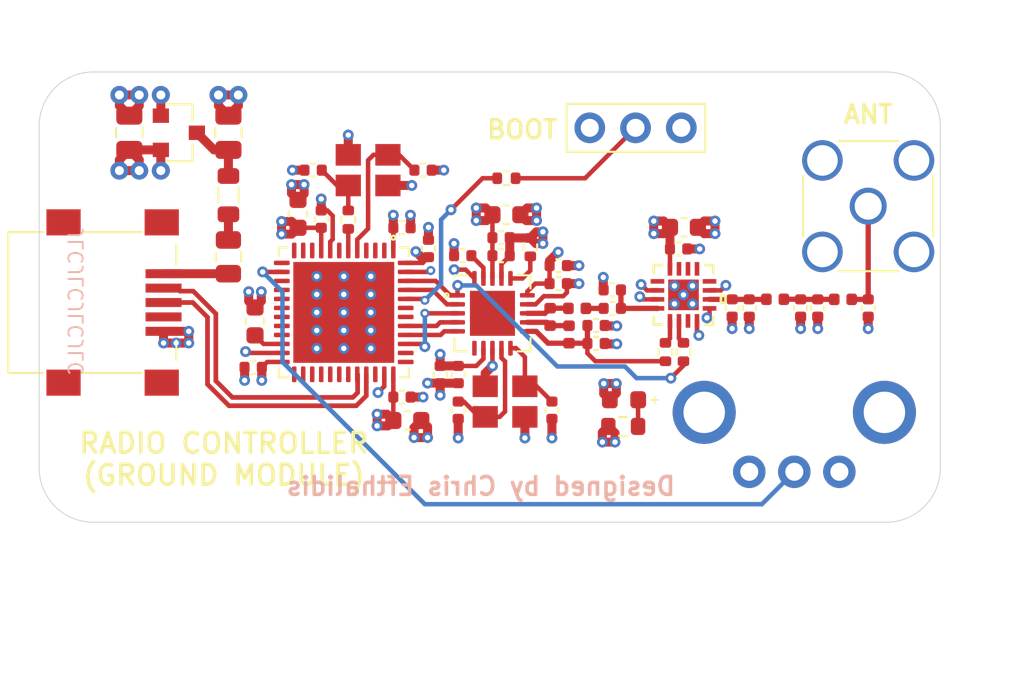
<source format=kicad_pcb>
(kicad_pcb (version 20171130) (host pcbnew "(5.1.9)-1")
  (layers (0 F.Cu signal) (1 In1.Cu power) (2 In2.Cu power) (31 B.Cu signal) (34 B.Paste user) (35 F.Paste user) (36 B.SilkS user) (37 F.SilkS user) (38 B.Mask user) (39 F.Mask user) (44 Edge.Cuts user))
  (net 0 "")
  (net 1 GND)
  (net 2 +3V3)
  (net 3 /VDD_PA)
  (net 4 "Net-(C14-Pad2)")
  (net 5 /TXRX)
  (net 6 "Net-(C16-Pad1)")
  (net 7 /XC1)
  (net 8 /XC2)
  (net 9 /ANT)
  (net 10 "Net-(C21-Pad1)")
  (net 11 "Net-(C23-Pad1)")
  (net 12 /OSC_IN)
  (net 13 "Net-(C33-Pad1)")
  (net 14 VBUS)
  (net 15 "Net-(F1-Pad1)")
  (net 16 "Net-(J3-Pad2)")
  (net 17 /ANT1)
  (net 18 /ANT2)
  (net 19 /CE)
  (net 20 "Net-(R4-Pad2)")
  (net 21 /BOOT0)
  (net 22 /OSC_OUT)
  (net 23 "Net-(U2-Pad15)")
  (net 24 "Net-(U2-Pad14)")
  (net 25 "Net-(U2-Pad13)")
  (net 26 "Net-(U2-Pad12)")
  (net 27 "Net-(U2-Pad7)")
  (net 28 "Net-(U2-Pad1)")
  (net 29 "Net-(U3-Pad6)")
  (net 30 /MISO)
  (net 31 /MOSI)
  (net 32 /SCK)
  (net 33 /CSN)
  (net 34 /USB_D-)
  (net 35 /USB_D+)
  (net 36 "Net-(U4-Pad43)")
  (net 37 "Net-(U4-Pad42)")
  (net 38 "Net-(U4-Pad38)")
  (net 39 "Net-(U4-Pad37)")
  (net 40 "Net-(U4-Pad34)")
  (net 41 "Net-(U4-Pad31)")
  (net 42 "Net-(U4-Pad30)")
  (net 43 "Net-(U4-Pad29)")
  (net 44 "Net-(U4-Pad28)")
  (net 45 "Net-(U4-Pad27)")
  (net 46 "Net-(U4-Pad26)")
  (net 47 "Net-(U4-Pad25)")
  (net 48 "Net-(U4-Pad21)")
  (net 49 "Net-(U4-Pad20)")
  (net 50 "Net-(U4-Pad19)")
  (net 51 "Net-(U4-Pad18)")
  (net 52 "Net-(U4-Pad17)")
  (net 53 "Net-(U4-Pad16)")
  (net 54 "Net-(U4-Pad15)")
  (net 55 "Net-(U4-Pad13)")
  (net 56 "Net-(U4-Pad12)")
  (net 57 "Net-(U4-Pad11)")
  (net 58 "Net-(U4-Pad10)")
  (net 59 "Net-(U4-Pad7)")
  (net 60 "Net-(U4-Pad4)")
  (net 61 "Net-(U4-Pad3)")
  (net 62 "Net-(U4-Pad2)")
  (net 63 "Net-(J1-Pad6)")
  (net 64 "Net-(J1-Pad4)")
  (net 65 /ADC_IN)
  (net 66 /LDO_VIN)
  (net 67 /LED_RES)
  (net 68 /TXEN)
  (net 69 /RXEN)
  (net 70 /VCAP1)
  (module Potentiometer_THT:Potentiometer_Alps_RK09K_Single_Horizontal (layer F.Cu) (at 139.4 122.2 270)
    (fp_text reference RV1)
    (fp_text value R_POT)
    (pad "" thru_hole circle (at -3.3 2.5 270) (size 3.5 3.5) (drill 2.3) (layers *.Cu *.Mask))
    (pad "" thru_hole circle (at -3.3 -7.5 270) (size 3.5 3.5) (drill 2.3) (layers *.Cu *.Mask))
    (pad 1 thru_hole circle (at 0 0 270) (size 1.8 1.8) (drill 1) (layers *.Cu *.Mask) (net 2 +3V3))
    (pad 2 thru_hole circle (at 0 -2.5 270) (size 1.8 1.8) (drill 1) (layers *.Cu *.Mask) (net 65 /ADC_IN))
    (pad 3 thru_hole circle (at 0 -5 270) (size 1.8 1.8) (drill 1) (layers *.Cu *.Mask) (net 1 GND))
  )
  (module Package_DFN_QFN:QFN-48-1EP_7x7mm_P0.5mm_EP5.6x5.6mm (layer F.Cu) (at 116.9 113.35 270)
    (fp_text reference U4)
    (fp_text value STM32F411CCUx)
    (pad 49 smd rect (at 0 0 270) (size 5.6 5.6) (layers F.Cu F.Mask) (net 1 GND))
    (pad 48 smd roundrect (at -2.75 -3.4375 270) (size 0.25 0.875) (layers F.Cu F.Paste F.Mask) (net 2 +3V3))
    (pad 47 smd roundrect (at -2.25 -3.4375 270) (size 0.25 0.875) (layers F.Cu F.Paste F.Mask) (net 1 GND))
    (pad 46 smd roundrect (at -1.75 -3.4375 270) (size 0.25 0.875) (layers F.Cu F.Paste F.Mask) (net 19 /CE))
    (pad 45 smd roundrect (at -1.25 -3.4375 270) (size 0.25 0.875) (layers F.Cu F.Paste F.Mask) (net 33 /CSN))
    (pad 44 smd roundrect (at -0.75 -3.4375 270) (size 0.25 0.875) (layers F.Cu F.Paste F.Mask) (net 21 /BOOT0))
    (pad 43 smd roundrect (at -0.25 -3.4375 270) (size 0.25 0.875) (layers F.Cu F.Paste F.Mask) (net 36 "Net-(U4-Pad43)"))
    (pad 42 smd roundrect (at 0.25 -3.4375 270) (size 0.25 0.875) (layers F.Cu F.Paste F.Mask) (net 37 "Net-(U4-Pad42)"))
    (pad 41 smd roundrect (at 0.75 -3.4375 270) (size 0.25 0.875) (layers F.Cu F.Paste F.Mask) (net 31 /MOSI))
    (pad 40 smd roundrect (at 1.25 -3.4375 270) (size 0.25 0.875) (layers F.Cu F.Paste F.Mask) (net 30 /MISO))
    (pad 39 smd roundrect (at 1.75 -3.4375 270) (size 0.25 0.875) (layers F.Cu F.Paste F.Mask) (net 32 /SCK))
    (pad 38 smd roundrect (at 2.25 -3.4375 270) (size 0.25 0.875) (layers F.Cu F.Paste F.Mask) (net 38 "Net-(U4-Pad38)"))
    (pad 37 smd roundrect (at 2.75 -3.4375 270) (size 0.25 0.875) (layers F.Cu F.Paste F.Mask) (net 39 "Net-(U4-Pad37)"))
    (pad 36 smd roundrect (at 3.4375 -2.75 270) (size 0.875 0.25) (layers F.Cu F.Paste F.Mask) (net 2 +3V3))
    (pad 35 smd roundrect (at 3.4375 -2.25 270) (size 0.875 0.25) (layers F.Cu F.Paste F.Mask) (net 1 GND))
    (pad 34 smd roundrect (at 3.4375 -1.75 270) (size 0.875 0.25) (layers F.Cu F.Paste F.Mask) (net 40 "Net-(U4-Pad34)"))
    (pad 33 smd roundrect (at 3.4375 -1.25 270) (size 0.875 0.25) (layers F.Cu F.Paste F.Mask) (net 35 /USB_D+))
    (pad 32 smd roundrect (at 3.4375 -0.75 270) (size 0.875 0.25) (layers F.Cu F.Paste F.Mask) (net 34 /USB_D-))
    (pad 31 smd roundrect (at 3.4375 -0.25 270) (size 0.875 0.25) (layers F.Cu F.Paste F.Mask) (net 41 "Net-(U4-Pad31)"))
    (pad 30 smd roundrect (at 3.4375 0.25 270) (size 0.875 0.25) (layers F.Cu F.Paste F.Mask) (net 42 "Net-(U4-Pad30)"))
    (pad 29 smd roundrect (at 3.4375 0.75 270) (size 0.875 0.25) (layers F.Cu F.Paste F.Mask) (net 43 "Net-(U4-Pad29)"))
    (pad 28 smd roundrect (at 3.4375 1.25 270) (size 0.875 0.25) (layers F.Cu F.Paste F.Mask) (net 44 "Net-(U4-Pad28)"))
    (pad 27 smd roundrect (at 3.4375 1.75 270) (size 0.875 0.25) (layers F.Cu F.Paste F.Mask) (net 45 "Net-(U4-Pad27)"))
    (pad 26 smd roundrect (at 3.4375 2.25 270) (size 0.875 0.25) (layers F.Cu F.Paste F.Mask) (net 46 "Net-(U4-Pad26)"))
    (pad 25 smd roundrect (at 3.4375 2.75 270) (size 0.875 0.25) (layers F.Cu F.Paste F.Mask) (net 47 "Net-(U4-Pad25)"))
    (pad 24 smd roundrect (at 2.75 3.4375 270) (size 0.25 0.875) (layers F.Cu F.Paste F.Mask) (net 2 +3V3))
    (pad 23 smd roundrect (at 2.25 3.4375 270) (size 0.25 0.875) (layers F.Cu F.Paste F.Mask) (net 1 GND))
    (pad 22 smd roundrect (at 1.75 3.4375 270) (size 0.25 0.875) (layers F.Cu F.Paste F.Mask) (net 70 /VCAP1))
    (pad 21 smd roundrect (at 1.25 3.4375 270) (size 0.25 0.875) (layers F.Cu F.Paste F.Mask) (net 48 "Net-(U4-Pad21)"))
    (pad 20 smd roundrect (at 0.75 3.4375 270) (size 0.25 0.875) (layers F.Cu F.Paste F.Mask) (net 49 "Net-(U4-Pad20)"))
    (pad 19 smd roundrect (at 0.25 3.4375 270) (size 0.25 0.875) (layers F.Cu F.Paste F.Mask) (net 50 "Net-(U4-Pad19)"))
    (pad 18 smd roundrect (at -0.25 3.4375 270) (size 0.25 0.875) (layers F.Cu F.Paste F.Mask) (net 51 "Net-(U4-Pad18)"))
    (pad 17 smd roundrect (at -0.75 3.4375 270) (size 0.25 0.875) (layers F.Cu F.Paste F.Mask) (net 52 "Net-(U4-Pad17)"))
    (pad 16 smd roundrect (at -1.25 3.4375 270) (size 0.25 0.875) (layers F.Cu F.Paste F.Mask) (net 53 "Net-(U4-Pad16)"))
    (pad 15 smd roundrect (at -1.75 3.4375 270) (size 0.25 0.875) (layers F.Cu F.Paste F.Mask) (net 54 "Net-(U4-Pad15)"))
    (pad 14 smd roundrect (at -2.25 3.4375 270) (size 0.25 0.875) (layers F.Cu F.Paste F.Mask) (net 65 /ADC_IN))
    (pad 13 smd roundrect (at -2.75 3.4375 270) (size 0.25 0.875) (layers F.Cu F.Paste F.Mask) (net 55 "Net-(U4-Pad13)"))
    (pad 12 smd roundrect (at -3.4375 2.75 270) (size 0.875 0.25) (layers F.Cu F.Paste F.Mask) (net 56 "Net-(U4-Pad12)"))
    (pad 11 smd roundrect (at -3.4375 2.25 270) (size 0.875 0.25) (layers F.Cu F.Paste F.Mask) (net 57 "Net-(U4-Pad11)"))
    (pad 10 smd roundrect (at -3.4375 1.75 270) (size 0.875 0.25) (layers F.Cu F.Paste F.Mask) (net 58 "Net-(U4-Pad10)"))
    (pad 9 smd roundrect (at -3.4375 1.25 270) (size 0.875 0.25) (layers F.Cu F.Paste F.Mask) (net 2 +3V3))
    (pad 8 smd roundrect (at -3.4375 0.75 270) (size 0.875 0.25) (layers F.Cu F.Paste F.Mask) (net 1 GND))
    (pad 7 smd roundrect (at -3.4375 0.25 270) (size 0.875 0.25) (layers F.Cu F.Paste F.Mask) (net 59 "Net-(U4-Pad7)"))
    (pad 6 smd roundrect (at -3.4375 -0.25 270) (size 0.875 0.25) (layers F.Cu F.Paste F.Mask) (net 22 /OSC_OUT))
    (pad 5 smd roundrect (at -3.4375 -0.75 270) (size 0.875 0.25) (layers F.Cu F.Paste F.Mask) (net 12 /OSC_IN))
    (pad 4 smd roundrect (at -3.4375 -1.25 270) (size 0.875 0.25) (layers F.Cu F.Paste F.Mask) (net 60 "Net-(U4-Pad4)"))
    (pad 3 smd roundrect (at -3.4375 -1.75 270) (size 0.875 0.25) (layers F.Cu F.Paste F.Mask) (net 61 "Net-(U4-Pad3)"))
    (pad 2 smd roundrect (at -3.4375 -2.25 270) (size 0.875 0.25) (layers F.Cu F.Paste F.Mask) (net 62 "Net-(U4-Pad2)"))
    (pad 1 smd roundrect (at -3.4375 -2.75 270) (size 0.875 0.25) (layers F.Cu F.Paste F.Mask) (net 2 +3V3))
  )
  (module Connector_Coaxial:SMA_Amphenol_132291_Vertical (layer F.Cu) (at 146 107.45 180)
    (fp_text reference J2)
    (fp_text value KH-SMA-KE8-G)
    (pad 1 thru_hole circle (at 0 0 180) (size 2.05 2.05) (drill 1.5) (layers *.Cu *.Mask) (net 11 "Net-(C23-Pad1)"))
    (pad 2 thru_hole circle (at 2.54 2.54 180) (size 2.25 2.25) (drill 1.7) (layers *.Cu *.Mask) (net 1 GND))
    (pad 2 thru_hole circle (at 2.54 -2.54 180) (size 2.25 2.25) (drill 1.7) (layers *.Cu *.Mask) (net 1 GND))
    (pad 2 thru_hole circle (at -2.54 -2.54 180) (size 2.25 2.25) (drill 1.7) (layers *.Cu *.Mask) (net 1 GND))
    (pad 2 thru_hole circle (at -2.54 2.54 180) (size 2.25 2.25) (drill 1.7) (layers *.Cu *.Mask) (net 1 GND))
  )
  (module Capacitor_SMD:C_0603_1608Metric (layer F.Cu) (at 111.975 113.85 270)
    (fp_text reference C31)
    (fp_text value 4.7uF)
    (pad 2 smd roundrect (at 0.775 0 270) (size 0.9 0.95) (layers F.Cu F.Paste F.Mask) (net 70 /VCAP1))
    (pad 1 smd roundrect (at -0.775 0 270) (size 0.9 0.95) (layers F.Cu F.Paste F.Mask) (net 1 GND))
  )
  (module Capacitor_SMD:C_0402_1005Metric (layer F.Cu) (at 111.875 116.4 180)
    (fp_text reference C28)
    (fp_text value 100nF)
    (pad 2 smd roundrect (at 0.48 0 180) (size 0.56 0.62) (layers F.Cu F.Paste F.Mask) (net 1 GND))
    (pad 1 smd roundrect (at -0.48 0 180) (size 0.56 0.62) (layers F.Cu F.Paste F.Mask) (net 2 +3V3))
  )
  (module Capacitor_SMD:C_0805_2012Metric (layer F.Cu) (at 105 103.375 90)
    (fp_text reference C2)
    (fp_text value 10uF)
    (pad 1 smd roundrect (at -0.95 0 90) (size 1 1.45) (layers F.Cu F.Paste F.Mask) (net 2 +3V3))
    (pad 2 smd roundrect (at 0.95 0 90) (size 1 1.45) (layers F.Cu F.Paste F.Mask) (net 1 GND))
  )
  (module Capacitor_SMD:C_0805_2012Metric (layer F.Cu) (at 110.5 103.375 90)
    (fp_text reference C1)
    (fp_text value 10uF)
    (pad 1 smd roundrect (at -0.95 0 90) (size 1 1.45) (layers F.Cu F.Paste F.Mask) (net 66 /LDO_VIN))
    (pad 2 smd roundrect (at 0.95 0 90) (size 1 1.45) (layers F.Cu F.Paste F.Mask) (net 1 GND))
  )
  (module Capacitor_SMD:C_0402_1005Metric (layer F.Cu) (at 115.65 108.17 90)
    (fp_text reference C30)
    (fp_text value 100nF)
    (pad 2 smd roundrect (at 0.48 0 90) (size 0.56 0.62) (layers F.Cu F.Paste F.Mask) (net 1 GND))
    (pad 1 smd roundrect (at -0.48 0 90) (size 0.56 0.62) (layers F.Cu F.Paste F.Mask) (net 2 +3V3))
  )
  (module Capacitor_SMD:C_0603_1608Metric (layer F.Cu) (at 114.36 107.875 90)
    (fp_text reference C29)
    (fp_text value 1uF)
    (pad 2 smd roundrect (at 0.775 0 90) (size 0.9 0.95) (layers F.Cu F.Paste F.Mask) (net 1 GND))
    (pad 1 smd roundrect (at -0.775 0 90) (size 0.9 0.95) (layers F.Cu F.Paste F.Mask) (net 2 +3V3))
  )
  (module Connector_USB:USB_Mini-B_Lumberg_2486_01_Horizontal (layer F.Cu) (at 104.2 112.8 270)
    (fp_text reference J1)
    (fp_text value USB_B_Mini)
    (pad 1 smd rect (at -1.6 -2.7 270) (size 0.5 2) (layers F.Cu F.Paste F.Mask) (net 14 VBUS))
    (pad 2 smd rect (at -0.8 -2.7 270) (size 0.5 2) (layers F.Cu F.Paste F.Mask) (net 34 /USB_D-))
    (pad 3 smd rect (at 0 -2.7 270) (size 0.5 2) (layers F.Cu F.Paste F.Mask) (net 35 /USB_D+))
    (pad 4 smd rect (at 0.8 -2.7 270) (size 0.5 2) (layers F.Cu F.Paste F.Mask) (net 64 "Net-(J1-Pad4)"))
    (pad 5 smd rect (at 1.6 -2.7 270) (size 0.5 2) (layers F.Cu F.Paste F.Mask) (net 1 GND))
    (pad 6 smd rect (at -4.45 -2.6 270) (size 1.45 1.9) (layers F.Cu F.Paste F.Mask) (net 63 "Net-(J1-Pad6)"))
    (pad 6 smd rect (at -4.45 2.85 270) (size 1.45 1.9) (layers F.Cu F.Paste F.Mask) (net 63 "Net-(J1-Pad6)"))
    (pad 6 smd rect (at 4.45 -2.6 270) (size 1.45 1.9) (layers F.Cu F.Paste F.Mask) (net 63 "Net-(J1-Pad6)"))
    (pad 6 smd rect (at 4.45 2.85 270) (size 1.45 1.9) (layers F.Cu F.Paste F.Mask) (net 63 "Net-(J1-Pad6)"))
    (pad "" np_thru_hole circle (at -2.2 0 270) (size 1 1) (drill 1) (layers *.Cu *.Mask))
    (pad "" np_thru_hole circle (at 2.2 0 270) (size 1 1) (drill 1) (layers *.Cu *.Mask))
  )
  (module Crystal:Crystal_SMD_3225-4Pin_3.2x2.5mm (layer F.Cu) (at 125.85 118.3 180)
    (fp_text reference Y1)
    (fp_text value X322516MLB4SI)
    (pad 4 smd rect (at -1.1 -0.85 180) (size 1.4 1.2) (layers F.Cu F.Paste F.Mask) (net 1 GND))
    (pad 3 smd rect (at 1.1 -0.85 180) (size 1.4 1.2) (layers F.Cu F.Paste F.Mask) (net 8 /XC2))
    (pad 2 smd rect (at 1.1 0.85 180) (size 1.4 1.2) (layers F.Cu F.Paste F.Mask) (net 1 GND))
    (pad 1 smd rect (at -1.1 0.85 180) (size 1.4 1.2) (layers F.Cu F.Paste F.Mask) (net 7 /XC1))
  )
  (module Crystal:Crystal_SMD_3225-4Pin_3.2x2.5mm (layer F.Cu) (at 118.25 105.45 180)
    (fp_text reference Y2)
    (fp_text value X322516MLB4SI)
    (pad 4 smd rect (at -1.1 -0.85 180) (size 1.4 1.2) (layers F.Cu F.Paste F.Mask) (net 1 GND))
    (pad 3 smd rect (at 1.1 -0.85 180) (size 1.4 1.2) (layers F.Cu F.Paste F.Mask) (net 13 "Net-(C33-Pad1)"))
    (pad 2 smd rect (at 1.1 0.85 180) (size 1.4 1.2) (layers F.Cu F.Paste F.Mask) (net 1 GND))
    (pad 1 smd rect (at -1.1 0.85 180) (size 1.4 1.2) (layers F.Cu F.Paste F.Mask) (net 12 /OSC_IN))
  )
  (module Package_TO_SOT_SMD:SOT-23 (layer F.Cu) (at 107.75 103.375)
    (fp_text reference U1)
    (fp_text value XC6206P332MR)
    (pad 1 smd rect (at -1 -0.95) (size 0.9 0.8) (layers F.Cu F.Paste F.Mask) (net 1 GND))
    (pad 2 smd rect (at -1 0.95) (size 0.9 0.8) (layers F.Cu F.Paste F.Mask) (net 2 +3V3))
    (pad 3 smd rect (at 1 0) (size 0.9 0.8) (layers F.Cu F.Paste F.Mask) (net 66 /LDO_VIN))
  )
  (module LED_SMD:LED_0603_1608Metric (layer F.Cu) (at 132.45 118.2)
    (fp_text reference D1)
    (fp_text value "Green LED")
    (pad 2 smd roundrect (at 0.7875 0) (size 0.875 0.95) (layers F.Cu F.Paste F.Mask) (net 67 /LED_RES))
    (pad 1 smd roundrect (at -0.7875 0) (size 0.875 0.95) (layers F.Cu F.Paste F.Mask) (net 1 GND))
  )
  (module Connector_PinHeader_2.54mm:PinHeader_1x03_P2.54mm_Vertical (layer F.Cu) (at 130.55 103.1 90)
    (fp_text reference J3)
    (fp_text value Conn_01x03)
    (pad 3 thru_hole oval (at 0 5.08 90) (size 1.7 1.7) (drill 1) (layers *.Cu *.Mask) (net 1 GND))
    (pad 2 thru_hole oval (at 0 2.54 90) (size 1.7 1.7) (drill 1) (layers *.Cu *.Mask) (net 16 "Net-(J3-Pad2)"))
    (pad 1 thru_hole oval (at 0 0 90) (size 1.7 1.7) (drill 1) (layers *.Cu *.Mask) (net 2 +3V3))
  )
  (module Package_DFN_QFN:QFN-20-1EP_4x4mm_P0.5mm_EP2.5x2.5mm (layer F.Cu) (at 125.15 113.4)
    (fp_text reference U3)
    (fp_text value nRF24L01P)
    (pad 1 smd roundrect (at -1.9375 -1) (size 0.825 0.25) (layers F.Cu F.Paste F.Mask) (net 19 /CE))
    (pad 2 smd roundrect (at -1.9375 -0.5) (size 0.825 0.25) (layers F.Cu F.Paste F.Mask) (net 33 /CSN))
    (pad 3 smd roundrect (at -1.9375 0) (size 0.825 0.25) (layers F.Cu F.Paste F.Mask) (net 32 /SCK))
    (pad 4 smd roundrect (at -1.9375 0.5) (size 0.825 0.25) (layers F.Cu F.Paste F.Mask) (net 31 /MOSI))
    (pad 5 smd roundrect (at -1.9375 1) (size 0.825 0.25) (layers F.Cu F.Paste F.Mask) (net 30 /MISO))
    (pad 6 smd roundrect (at -1 1.9375) (size 0.25 0.825) (layers F.Cu F.Paste F.Mask) (net 29 "Net-(U3-Pad6)"))
    (pad 7 smd roundrect (at -0.5 1.9375) (size 0.25 0.825) (layers F.Cu F.Paste F.Mask) (net 2 +3V3))
    (pad 8 smd roundrect (at 0 1.9375) (size 0.25 0.825) (layers F.Cu F.Paste F.Mask) (net 1 GND))
    (pad 9 smd roundrect (at 0.5 1.9375) (size 0.25 0.825) (layers F.Cu F.Paste F.Mask) (net 8 /XC2))
    (pad 10 smd roundrect (at 1 1.9375) (size 0.25 0.825) (layers F.Cu F.Paste F.Mask) (net 7 /XC1))
    (pad 11 smd roundrect (at 1.9375 1) (size 0.825 0.25) (layers F.Cu F.Paste F.Mask) (net 3 /VDD_PA))
    (pad 12 smd roundrect (at 1.9375 0.5) (size 0.825 0.25) (layers F.Cu F.Paste F.Mask) (net 17 /ANT1))
    (pad 13 smd roundrect (at 1.9375 0) (size 0.825 0.25) (layers F.Cu F.Paste F.Mask) (net 18 /ANT2))
    (pad 14 smd roundrect (at 1.9375 -0.5) (size 0.825 0.25) (layers F.Cu F.Paste F.Mask) (net 1 GND))
    (pad 15 smd roundrect (at 1.9375 -1) (size 0.825 0.25) (layers F.Cu F.Paste F.Mask) (net 2 +3V3))
    (pad 16 smd roundrect (at 1 -1.9375) (size 0.25 0.825) (layers F.Cu F.Paste F.Mask) (net 20 "Net-(R4-Pad2)"))
    (pad 17 smd roundrect (at 0.5 -1.9375) (size 0.25 0.825) (layers F.Cu F.Paste F.Mask) (net 1 GND))
    (pad 18 smd roundrect (at 0 -1.9375) (size 0.25 0.825) (layers F.Cu F.Paste F.Mask) (net 2 +3V3))
    (pad 19 smd roundrect (at -0.5 -1.9375) (size 0.25 0.825) (layers F.Cu F.Paste F.Mask) (net 6 "Net-(C16-Pad1)"))
    (pad 20 smd roundrect (at -1 -1.9375) (size 0.25 0.825) (layers F.Cu F.Paste F.Mask) (net 1 GND))
    (pad 21 smd rect (at 0 0) (size 2.5 2.5) (layers F.Cu F.Mask))
  )
  (module RFX2401C:RFX2401C (layer F.Cu) (at 135.75 112.375)
    (fp_text reference U2)
    (fp_text value RFX2401C)
    (pad 17 smd rect (at 0 0) (size 1.7 1.7) (layers F.Cu F.Paste F.Mask) (net 1 GND))
    (pad 16 smd rect (at -0.750001 -1.4454) (size 0.2548 0.757199) (layers F.Cu F.Paste F.Mask) (net 2 +3V3))
    (pad 15 smd rect (at -0.25 -1.4454) (size 0.2548 0.757199) (layers F.Cu F.Paste F.Mask) (net 23 "Net-(U2-Pad15)"))
    (pad 14 smd rect (at 0.25 -1.4454) (size 0.2548 0.757199) (layers F.Cu F.Paste F.Mask) (net 24 "Net-(U2-Pad14)"))
    (pad 13 smd rect (at 0.750001 -1.4454) (size 0.2548 0.757199) (layers F.Cu F.Paste F.Mask) (net 25 "Net-(U2-Pad13)"))
    (pad 12 smd rect (at 1.4454 -0.750001 90) (size 0.2548 0.757199) (layers F.Cu F.Paste F.Mask) (net 26 "Net-(U2-Pad12)"))
    (pad 11 smd rect (at 1.4454 -0.25 90) (size 0.2548 0.757199) (layers F.Cu F.Paste F.Mask) (net 1 GND))
    (pad 10 smd rect (at 1.4454 0.25 90) (size 0.2548 0.757199) (layers F.Cu F.Paste F.Mask) (net 9 /ANT))
    (pad 9 smd rect (at 1.4454 0.750001 90) (size 0.2548 0.757199) (layers F.Cu F.Paste F.Mask) (net 1 GND))
    (pad 8 smd rect (at 0.750001 1.4454) (size 0.2548 0.757199) (layers F.Cu F.Paste F.Mask) (net 1 GND))
    (pad 7 smd rect (at 0.25 1.4454) (size 0.2548 0.757199) (layers F.Cu F.Paste F.Mask) (net 27 "Net-(U2-Pad7)"))
    (pad 6 smd rect (at -0.25 1.4454) (size 0.2548 0.757199) (layers F.Cu F.Paste F.Mask) (net 69 /RXEN))
    (pad 5 smd rect (at -0.750001 1.4454) (size 0.2548 0.757199) (layers F.Cu F.Paste F.Mask) (net 68 /TXEN))
    (pad 4 smd rect (at -1.4454 0.750001 90) (size 0.2548 0.757199) (layers F.Cu F.Paste F.Mask) (net 5 /TXRX))
    (pad 3 smd rect (at -1.4454 0.25 90) (size 0.2548 0.757199) (layers F.Cu F.Paste F.Mask) (net 1 GND))
    (pad 2 smd rect (at -1.4454 -0.25 90) (size 0.2548 0.757199) (layers F.Cu F.Paste F.Mask) (net 1 GND))
    (pad 1 smd rect (at -1.4454 -0.750001 90) (size 0.2548 0.757199) (layers F.Cu F.Paste F.Mask) (net 28 "Net-(U2-Pad1)"))
  )
  (module Resistor_SMD:R_0402_1005Metric (layer F.Cu) (at 117.15 108.2 270)
    (fp_text reference R6)
    (fp_text value 47Ω)
    (pad 2 smd roundrect (at 0.51 0 270) (size 0.54 0.64) (layers F.Cu F.Paste F.Mask) (net 22 /OSC_OUT))
    (pad 1 smd roundrect (at -0.51 0 270) (size 0.54 0.64) (layers F.Cu F.Paste F.Mask) (net 13 "Net-(C33-Pad1)"))
  )
  (module Resistor_SMD:R_0402_1005Metric (layer F.Cu) (at 125.925 105.9)
    (fp_text reference R5)
    (fp_text value 10ΚΩ)
    (pad 2 smd roundrect (at 0.51 0) (size 0.54 0.64) (layers F.Cu F.Paste F.Mask) (net 16 "Net-(J3-Pad2)"))
    (pad 1 smd roundrect (at -0.51 0) (size 0.54 0.64) (layers F.Cu F.Paste F.Mask) (net 21 /BOOT0))
  )
  (module Resistor_SMD:R_0402_1005Metric (layer F.Cu) (at 127.25 109.725 270)
    (fp_text reference R4)
    (fp_text value 22ΚΩ)
    (pad 2 smd roundrect (at 0.51 0 270) (size 0.54 0.64) (layers F.Cu F.Paste F.Mask) (net 20 "Net-(R4-Pad2)"))
    (pad 1 smd roundrect (at -0.51 0 270) (size 0.54 0.64) (layers F.Cu F.Paste F.Mask) (net 1 GND))
  )
  (module Resistor_SMD:R_0402_1005Metric (layer F.Cu) (at 135.75 115.55 90)
    (fp_text reference R3)
    (fp_text value 1ΚΩ)
    (pad 1 smd roundrect (at -0.51 0 90) (size 0.54 0.64) (layers F.Cu F.Paste F.Mask) (net 19 /CE))
    (pad 2 smd roundrect (at 0.51 0 90) (size 0.54 0.64) (layers F.Cu F.Paste F.Mask) (net 69 /RXEN))
  )
  (module Resistor_SMD:R_0402_1005Metric (layer F.Cu) (at 134.75 115.55 90)
    (fp_text reference R2)
    (fp_text value 1ΚΩ)
    (pad 1 smd roundrect (at -0.51 0 90) (size 0.54 0.64) (layers F.Cu F.Paste F.Mask) (net 3 /VDD_PA))
    (pad 2 smd roundrect (at 0.51 0 90) (size 0.54 0.64) (layers F.Cu F.Paste F.Mask) (net 68 /TXEN))
  )
  (module Resistor_SMD:R_0603_1608Metric (layer F.Cu) (at 132.405 119.68)
    (fp_text reference R1)
    (fp_text value 330Ω)
    (pad 2 smd roundrect (at 0.825 0) (size 0.8 0.95) (layers F.Cu F.Paste F.Mask) (net 67 /LED_RES))
    (pad 1 smd roundrect (at -0.825 0) (size 0.8 0.95) (layers F.Cu F.Paste F.Mask) (net 2 +3V3))
  )
  (module Inductor_SMD:L_0402_1005Metric (layer F.Cu) (at 144.6 112.625 180)
    (fp_text reference L5)
    (fp_text value 2.4nH)
    (pad 2 smd roundrect (at 0.485 0 180) (size 0.59 0.64) (layers F.Cu F.Paste F.Mask) (net 10 "Net-(C21-Pad1)"))
    (pad 1 smd roundrect (at -0.485 0 180) (size 0.59 0.64) (layers F.Cu F.Paste F.Mask) (net 11 "Net-(C23-Pad1)"))
  )
  (module Inductor_SMD:L_0402_1005Metric (layer F.Cu) (at 140.835 112.62 180)
    (fp_text reference L4)
    (fp_text value 2.4nH)
    (pad 1 smd roundrect (at -0.485 0 180) (size 0.59 0.64) (layers F.Cu F.Paste F.Mask) (net 10 "Net-(C21-Pad1)"))
    (pad 2 smd roundrect (at 0.485 0 180) (size 0.59 0.64) (layers F.Cu F.Paste F.Mask) (net 9 /ANT))
  )
  (module Inductor_SMD:L_0402_1005Metric (layer F.Cu) (at 129.85 113.125 180)
    (fp_text reference L3)
    (fp_text value 3.9nH)
    (pad 2 smd roundrect (at 0.485 0 180) (size 0.59 0.64) (layers F.Cu F.Paste F.Mask) (net 18 /ANT2))
    (pad 1 smd roundrect (at -0.485 0 180) (size 0.59 0.64) (layers F.Cu F.Paste F.Mask) (net 4 "Net-(C14-Pad2)"))
  )
  (module Inductor_SMD:L_0402_1005Metric (layer F.Cu) (at 128.35 113.6 90)
    (fp_text reference L2)
    (fp_text value 8.2nH)
    (pad 2 smd roundrect (at 0.485 0 90) (size 0.59 0.64) (layers F.Cu F.Paste F.Mask) (net 18 /ANT2))
    (pad 1 smd roundrect (at -0.485 0 90) (size 0.59 0.64) (layers F.Cu F.Paste F.Mask) (net 17 /ANT1))
  )
  (module Inductor_SMD:L_0402_1005Metric (layer F.Cu) (at 129.4 114.575 90)
    (fp_text reference L1)
    (fp_text value 2.7nH)
    (pad 1 smd roundrect (at -0.485 0 90) (size 0.59 0.64) (layers F.Cu F.Paste F.Mask) (net 3 /VDD_PA))
    (pad 2 smd roundrect (at 0.485 0 90) (size 0.59 0.64) (layers F.Cu F.Paste F.Mask) (net 17 /ANT1))
  )
  (module Inductor_SMD:L_0805_2012Metric (layer F.Cu) (at 110.5 106.8375 270)
    (fp_text reference FB1)
    (fp_text value GZ2012D601TF)
    (pad 1 smd roundrect (at -1.0625 0 270) (size 0.875 1.2) (layers F.Cu F.Paste F.Mask) (net 66 /LDO_VIN))
    (pad 2 smd roundrect (at 1.0625 0 270) (size 0.875 1.2) (layers F.Cu F.Paste F.Mask) (net 15 "Net-(F1-Pad1)"))
  )
  (module Fuse:Fuse_0805_2012Metric (layer F.Cu) (at 110.5 110.2625 270)
    (fp_text reference F1)
    (fp_text value Fuse)
    (pad 1 smd roundrect (at -0.9375 0 270) (size 0.975 1.4) (layers F.Cu F.Paste F.Mask) (net 15 "Net-(F1-Pad1)"))
    (pad 2 smd roundrect (at 0.9375 0 270) (size 0.975 1.4) (layers F.Cu F.Paste F.Mask) (net 14 VBUS))
  )
  (module Capacitor_SMD:C_0402_1005Metric (layer F.Cu) (at 115.2 105.45 180)
    (fp_text reference C33)
    (fp_text value 12pF)
    (pad 2 smd roundrect (at 0.48 0 180) (size 0.56 0.62) (layers F.Cu F.Paste F.Mask) (net 1 GND))
    (pad 1 smd roundrect (at -0.48 0 180) (size 0.56 0.62) (layers F.Cu F.Paste F.Mask) (net 13 "Net-(C33-Pad1)"))
  )
  (module Capacitor_SMD:C_0402_1005Metric (layer F.Cu) (at 121.3 105.45)
    (fp_text reference C32)
    (fp_text value 12pF)
    (pad 2 smd roundrect (at 0.48 0) (size 0.56 0.62) (layers F.Cu F.Paste F.Mask) (net 1 GND))
    (pad 1 smd roundrect (at -0.48 0) (size 0.56 0.62) (layers F.Cu F.Paste F.Mask) (net 12 /OSC_IN))
  )
  (module Capacitor_SMD:C_0402_1005Metric (layer F.Cu) (at 120.13 118.05)
    (fp_text reference C27)
    (fp_text value 100nF)
    (pad 2 smd roundrect (at 0.48 0) (size 0.56 0.62) (layers F.Cu F.Paste F.Mask) (net 1 GND))
    (pad 1 smd roundrect (at -0.48 0) (size 0.56 0.62) (layers F.Cu F.Paste F.Mask) (net 2 +3V3))
  )
  (module Capacitor_SMD:C_0402_1005Metric (layer F.Cu) (at 120.13 108.65)
    (fp_text reference C26)
    (fp_text value 100nF)
    (pad 2 smd roundrect (at 0.48 0) (size 0.56 0.62) (layers F.Cu F.Paste F.Mask) (net 1 GND))
    (pad 1 smd roundrect (at -0.48 0) (size 0.56 0.62) (layers F.Cu F.Paste F.Mask) (net 2 +3V3))
  )
  (module Capacitor_SMD:C_0402_1005Metric (layer F.Cu) (at 121.6 109.8 90)
    (fp_text reference C25)
    (fp_text value 100nF)
    (pad 2 smd roundrect (at 0.48 0 90) (size 0.56 0.62) (layers F.Cu F.Paste F.Mask) (net 1 GND))
    (pad 1 smd roundrect (at -0.48 0 90) (size 0.56 0.62) (layers F.Cu F.Paste F.Mask) (net 2 +3V3))
  )
  (module Capacitor_SMD:C_0603_1608Metric (layer F.Cu) (at 120.425 119.35)
    (fp_text reference C24)
    (fp_text value 4.7uF)
    (pad 2 smd roundrect (at 0.775 0) (size 0.9 0.95) (layers F.Cu F.Paste F.Mask) (net 1 GND))
    (pad 1 smd roundrect (at -0.775 0) (size 0.9 0.95) (layers F.Cu F.Paste F.Mask) (net 2 +3V3))
  )
  (module Capacitor_SMD:C_0402_1005Metric (layer F.Cu) (at 146 113.105 270)
    (fp_text reference C23)
    (fp_text value 1.5pF)
    (pad 2 smd roundrect (at 0.48 0 270) (size 0.56 0.62) (layers F.Cu F.Paste F.Mask) (net 1 GND))
    (pad 1 smd roundrect (at -0.48 0 270) (size 0.56 0.62) (layers F.Cu F.Paste F.Mask) (net 11 "Net-(C23-Pad1)"))
  )
  (module Capacitor_SMD:C_0402_1005Metric (layer F.Cu) (at 143.2 113.105 270)
    (fp_text reference C22)
    (fp_text value 1.5pF)
    (pad 2 smd roundrect (at 0.48 0 270) (size 0.56 0.62) (layers F.Cu F.Paste F.Mask) (net 1 GND))
    (pad 1 smd roundrect (at -0.48 0 270) (size 0.56 0.62) (layers F.Cu F.Paste F.Mask) (net 10 "Net-(C21-Pad1)"))
  )
  (module Capacitor_SMD:C_0402_1005Metric (layer F.Cu) (at 142.25 113.105 270)
    (fp_text reference C21)
    (fp_text value 1.5pF)
    (pad 2 smd roundrect (at 0.48 0 270) (size 0.56 0.62) (layers F.Cu F.Paste F.Mask) (net 1 GND))
    (pad 1 smd roundrect (at -0.48 0 270) (size 0.56 0.62) (layers F.Cu F.Paste F.Mask) (net 10 "Net-(C21-Pad1)"))
  )
  (module Capacitor_SMD:C_0402_1005Metric (layer F.Cu) (at 139.4 113.105 270)
    (fp_text reference C20)
    (fp_text value 1.5pF)
    (pad 2 smd roundrect (at 0.48 0 270) (size 0.56 0.62) (layers F.Cu F.Paste F.Mask) (net 1 GND))
    (pad 1 smd roundrect (at -0.48 0 270) (size 0.56 0.62) (layers F.Cu F.Paste F.Mask) (net 9 /ANT))
  )
  (module Capacitor_SMD:C_0402_1005Metric (layer F.Cu) (at 138.45 113.105 270)
    (fp_text reference C19)
    (fp_text value 0.3pF)
    (pad 1 smd roundrect (at -0.48 0 270) (size 0.56 0.62) (layers F.Cu F.Paste F.Mask) (net 9 /ANT))
    (pad 2 smd roundrect (at 0.48 0 270) (size 0.56 0.62) (layers F.Cu F.Paste F.Mask) (net 1 GND))
  )
  (module Capacitor_SMD:C_0402_1005Metric (layer F.Cu) (at 123.25 118.78 270)
    (fp_text reference C18)
    (fp_text value 12pF)
    (pad 2 smd roundrect (at 0.48 0 270) (size 0.56 0.62) (layers F.Cu F.Paste F.Mask) (net 1 GND))
    (pad 1 smd roundrect (at -0.48 0 270) (size 0.56 0.62) (layers F.Cu F.Paste F.Mask) (net 8 /XC2))
  )
  (module Capacitor_SMD:C_0402_1005Metric (layer F.Cu) (at 128.45 118.78 270)
    (fp_text reference C17)
    (fp_text value 12pF)
    (pad 2 smd roundrect (at 0.48 0 270) (size 0.56 0.62) (layers F.Cu F.Paste F.Mask) (net 1 GND))
    (pad 1 smd roundrect (at -0.48 0 270) (size 0.56 0.62) (layers F.Cu F.Paste F.Mask) (net 7 /XC1))
  )
  (module Capacitor_SMD:C_0402_1005Metric (layer F.Cu) (at 123.5 110.2 180)
    (fp_text reference C16)
    (fp_text value 33nF)
    (pad 2 smd roundrect (at 0.48 0 180) (size 0.56 0.62) (layers F.Cu F.Paste F.Mask) (net 1 GND))
    (pad 1 smd roundrect (at -0.48 0 180) (size 0.56 0.62) (layers F.Cu F.Paste F.Mask) (net 6 "Net-(C16-Pad1)"))
  )
  (module Capacitor_SMD:C_0402_1005Metric (layer F.Cu) (at 131.8 112.1 180)
    (fp_text reference C15)
    (fp_text value 1pF)
    (pad 2 smd roundrect (at 0.48 0 180) (size 0.56 0.62) (layers F.Cu F.Paste F.Mask) (net 1 GND))
    (pad 1 smd roundrect (at -0.48 0 180) (size 0.56 0.62) (layers F.Cu F.Paste F.Mask) (net 5 /TXRX))
  )
  (module Capacitor_SMD:C_0402_1005Metric (layer F.Cu) (at 131.8 113.125 180)
    (fp_text reference C14)
    (fp_text value 1.5pF)
    (pad 2 smd roundrect (at 0.48 0 180) (size 0.56 0.62) (layers F.Cu F.Paste F.Mask) (net 4 "Net-(C14-Pad2)"))
    (pad 1 smd roundrect (at -0.48 0 180) (size 0.56 0.62) (layers F.Cu F.Paste F.Mask) (net 5 /TXRX))
  )
  (module Capacitor_SMD:C_0402_1005Metric (layer F.Cu) (at 130.9 115.075)
    (fp_text reference C13)
    (fp_text value 2.2nF)
    (pad 2 smd roundrect (at 0.48 0) (size 0.56 0.62) (layers F.Cu F.Paste F.Mask) (net 1 GND))
    (pad 1 smd roundrect (at -0.48 0) (size 0.56 0.62) (layers F.Cu F.Paste F.Mask) (net 3 /VDD_PA))
  )
  (module Capacitor_SMD:C_0402_1005Metric (layer F.Cu) (at 130.9 114.075)
    (fp_text reference C12)
    (fp_text value 4.7pF)
    (pad 2 smd roundrect (at 0.48 0) (size 0.56 0.62) (layers F.Cu F.Paste F.Mask) (net 1 GND))
    (pad 1 smd roundrect (at -0.48 0) (size 0.56 0.62) (layers F.Cu F.Paste F.Mask) (net 3 /VDD_PA))
  )
  (module Capacitor_SMD:C_0402_1005Metric (layer F.Cu) (at 135.48 109.825)
    (fp_text reference C11)
    (fp_text value 220pF)
    (pad 2 smd roundrect (at 0.48 0) (size 0.56 0.62) (layers F.Cu F.Paste F.Mask) (net 1 GND))
    (pad 1 smd roundrect (at -0.48 0) (size 0.56 0.62) (layers F.Cu F.Paste F.Mask) (net 2 +3V3))
  )
  (module Capacitor_SMD:C_0603_1608Metric (layer F.Cu) (at 135.775 108.625)
    (fp_text reference C10)
    (fp_text value 1uF)
    (pad 2 smd roundrect (at 0.775 0) (size 0.9 0.95) (layers F.Cu F.Paste F.Mask) (net 1 GND))
    (pad 1 smd roundrect (at -0.775 0) (size 0.9 0.95) (layers F.Cu F.Paste F.Mask) (net 2 +3V3))
  )
  (module Capacitor_SMD:C_0402_1005Metric (layer F.Cu) (at 128.8 111.75)
    (fp_text reference C9)
    (fp_text value 1nF)
    (pad 1 smd roundrect (at -0.48 0) (size 0.56 0.62) (layers F.Cu F.Paste F.Mask) (net 2 +3V3))
    (pad 2 smd roundrect (at 0.48 0) (size 0.56 0.62) (layers F.Cu F.Paste F.Mask) (net 1 GND))
  )
  (module Capacitor_SMD:C_0402_1005Metric (layer F.Cu) (at 128.8 110.75)
    (fp_text reference C8)
    (fp_text value 10nF)
    (pad 1 smd roundrect (at -0.48 0) (size 0.56 0.62) (layers F.Cu F.Paste F.Mask) (net 2 +3V3))
    (pad 2 smd roundrect (at 0.48 0) (size 0.56 0.62) (layers F.Cu F.Paste F.Mask) (net 1 GND))
  )
  (module Capacitor_SMD:C_0402_1005Metric (layer F.Cu) (at 122.25 116.8 270)
    (fp_text reference C7)
    (fp_text value 1nF)
    (pad 1 smd roundrect (at -0.48 0 270) (size 0.56 0.62) (layers F.Cu F.Paste F.Mask) (net 2 +3V3))
    (pad 2 smd roundrect (at 0.48 0 270) (size 0.56 0.62) (layers F.Cu F.Paste F.Mask) (net 1 GND))
  )
  (module Capacitor_SMD:C_0402_1005Metric (layer F.Cu) (at 123.25 116.8 270)
    (fp_text reference C6)
    (fp_text value 10nF)
    (pad 1 smd roundrect (at -0.48 0 270) (size 0.56 0.62) (layers F.Cu F.Paste F.Mask) (net 2 +3V3))
    (pad 2 smd roundrect (at 0.48 0 270) (size 0.56 0.62) (layers F.Cu F.Paste F.Mask) (net 1 GND))
  )
  (module Capacitor_SMD:C_0402_1005Metric (layer F.Cu) (at 125.63 110.2)
    (fp_text reference C5)
    (fp_text value 1nF)
    (pad 1 smd roundrect (at -0.48 0) (size 0.56 0.62) (layers F.Cu F.Paste F.Mask) (net 2 +3V3))
    (pad 2 smd roundrect (at 0.48 0) (size 0.56 0.62) (layers F.Cu F.Paste F.Mask) (net 1 GND))
  )
  (module Capacitor_SMD:C_0402_1005Metric (layer F.Cu) (at 125.63 109.2)
    (fp_text reference C4)
    (fp_text value 10nF)
    (pad 1 smd roundrect (at -0.48 0) (size 0.56 0.62) (layers F.Cu F.Paste F.Mask) (net 2 +3V3))
    (pad 2 smd roundrect (at 0.48 0) (size 0.56 0.62) (layers F.Cu F.Paste F.Mask) (net 1 GND))
  )
  (module Capacitor_SMD:C_0603_1608Metric (layer F.Cu) (at 125.925 107.925)
    (fp_text reference C3)
    (fp_text value 4.7uF)
    (pad 1 smd roundrect (at -0.775 0) (size 0.9 0.95) (layers F.Cu F.Paste F.Mask) (net 2 +3V3))
    (pad 2 smd roundrect (at 0.775 0) (size 0.9 0.95) (layers F.Cu F.Paste F.Mask) (net 1 GND))
  )
  (gr_arc (start 147 122) (end 147 125) (angle -90) (layer Edge.Cuts) (width 0.05))
  (gr_arc (start 147 103) (end 150 103) (angle -90) (layer Edge.Cuts) (width 0.05))
  (gr_line (start 100 122) (end 100 103) (layer Edge.Cuts) (width 0.05))
  (gr_arc (start 103 122) (end 100 122) (angle -90) (layer Edge.Cuts) (width 0.05))
  (gr_arc (start 103 103) (end 103 100) (angle -90) (layer Edge.Cuts) (width 0.05))
  (gr_line (start 103 100) (end 147 100) (layer Edge.Cuts) (width 0.05))
  (gr_line (start 103 125) (end 147 125) (layer Edge.Cuts) (width 0.05))
  (gr_line (start 150 103) (end 150 122) (layer Edge.Cuts) (width 0.05))
  (gr_text ANT (at 146 102.35) (layer F.SilkS) (effects (font (size 1 1) (thickness 0.2))))
  (gr_text JLCJLCJLCJLC (at 102.05 112.75 90) (layer B.SilkS) (effects (font (size 0.8 0.8) (thickness 0.1)) (justify mirror)))
  (gr_text + (at 134.15 118.175) (layer F.SilkS) (effects (font (size 0.5 0.5) (thickness 0.1))))
  (gr_circle (center 122.6 112.4) (end 122.65 112.4) (layer F.SilkS) (width 0.12))
  (gr_circle (center 119.65 109.2) (end 119.7 109.2) (layer F.SilkS) (width 0.12))
  (gr_text "Designed by Chris Efthalidis" (at 124.5 123) (layer B.SilkS) (effects (font (size 1 1) (thickness 0.2)) (justify mirror)))
  (gr_text BOOT (at 126.8 103.2) (layer F.SilkS) (effects (font (size 1 1) (thickness 0.2))))
  (gr_text "RADIO CONTROLLER\n(GROUND MODULE)" (at 110.25 121.5) (layer F.SilkS) (effects (font (size 1.1 1.1) (thickness 0.2))))
  (via (at 117.15 103.5) (size 0.6) (drill 0.3) (layers F.Cu B.Cu) (net 1))
  (via (at 120.675 106.3) (size 0.6) (drill 0.3) (layers F.Cu B.Cu) (net 1))
  (via (at 135.75 112.375) (size 0.6) (drill 0.3) (layers F.Cu B.Cu) (net 1))
  (via (at 136.25 112.875) (size 0.6) (drill 0.3) (layers F.Cu B.Cu) (net 1))
  (via (at 135.25 112.875) (size 0.6) (drill 0.3) (layers F.Cu B.Cu) (net 1))
  (via (at 136.25 111.875) (size 0.6) (drill 0.3) (layers F.Cu B.Cu) (net 1))
  (via (at 135.25 111.875) (size 0.6) (drill 0.3) (layers F.Cu B.Cu) (net 1))
  (via (at 137.05 113.65) (size 0.6) (drill 0.3) (layers F.Cu B.Cu) (net 1))
  (via (at 136.6 114.625) (size 0.6) (drill 0.3) (layers F.Cu B.Cu) (net 1))
  (via (at 125.15 116.325) (size 0.6) (drill 0.3) (layers F.Cu B.Cu) (net 1))
  (via (at 116.9 115.35) (size 0.6) (drill 0.3) (layers F.Cu B.Cu) (net 1))
  (via (at 116.9 111.35) (size 0.6) (drill 0.3) (layers F.Cu B.Cu) (net 1))
  (via (at 116.9 114.35) (size 0.6) (drill 0.3) (layers F.Cu B.Cu) (net 1))
  (via (at 116.9 113.35) (size 0.6) (drill 0.3) (layers F.Cu B.Cu) (net 1))
  (via (at 116.9 112.35) (size 0.6) (drill 0.3) (layers F.Cu B.Cu) (net 1))
  (via (at 131.325 117.3) (size 0.6) (drill 0.3) (layers F.Cu B.Cu) (net 1))
  (via (at 106.75 101.275) (size 1) (drill 0.5) (layers F.Cu B.Cu) (net 1))
  (via (at 111.05 101.275) (size 1) (drill 0.5) (layers F.Cu B.Cu) (net 1))
  (via (at 109.95 101.275) (size 1) (drill 0.5) (layers F.Cu B.Cu) (net 1))
  (via (at 105.55 101.275) (size 1) (drill 0.5) (layers F.Cu B.Cu) (net 1))
  (via (at 104.45 101.275) (size 1) (drill 0.5) (layers F.Cu B.Cu) (net 1))
  (via (at 123.25 120.325) (size 0.6) (drill 0.3) (layers F.Cu B.Cu) (net 1))
  (via (at 137.5 108.975) (size 0.6) (drill 0.3) (layers F.Cu B.Cu) (net 1))
  (via (at 127.95 109.525) (size 0.6) (drill 0.3) (layers F.Cu B.Cu) (net 1))
  (via (at 132.05 114.1) (size 0.6) (drill 0.3) (layers F.Cu B.Cu) (net 1))
  (via (at 132.05 115.1) (size 0.6) (drill 0.3) (layers F.Cu B.Cu) (net 1))
  (via (at 131.3 111.4) (size 0.6) (drill 0.3) (layers F.Cu B.Cu) (net 1))
  (via (at 129.95 111.75) (size 0.6) (drill 0.3) (layers F.Cu B.Cu) (net 1))
  (via (at 129.95 110.75) (size 0.6) (drill 0.3) (layers F.Cu B.Cu) (net 1))
  (via (at 127.95 108.875) (size 0.6) (drill 0.3) (layers F.Cu B.Cu) (net 1))
  (via (at 123.025 110.975) (size 0.6) (drill 0.3) (layers F.Cu B.Cu) (net 1))
  (via (at 127.6 108.25) (size 0.6) (drill 0.3) (layers F.Cu B.Cu) (net 1))
  (via (at 127.6 107.55) (size 0.6) (drill 0.3) (layers F.Cu B.Cu) (net 1))
  (via (at 121.6 108.625) (size 0.6) (drill 0.3) (layers F.Cu B.Cu) (net 1))
  (via (at 120.6 107.95) (size 0.6) (drill 0.3) (layers F.Cu B.Cu) (net 1))
  (via (at 115.65 107.05) (size 0.6) (drill 0.3) (layers F.Cu B.Cu) (net 1))
  (via (at 122.45 105.45) (size 0.6) (drill 0.3) (layers F.Cu B.Cu) (net 1))
  (via (at 114.7 106.25) (size 0.6) (drill 0.3) (layers F.Cu B.Cu) (net 1))
  (via (at 114 106.25) (size 0.6) (drill 0.3) (layers F.Cu B.Cu) (net 1))
  (via (at 114.05 105.45) (size 0.6) (drill 0.3) (layers F.Cu B.Cu) (net 1))
  (via (at 111.625 112.2) (size 0.6) (drill 0.3) (layers F.Cu B.Cu) (net 1))
  (via (at 111.45 115.525) (size 0.6) (drill 0.3) (layers F.Cu B.Cu) (net 1))
  (via (at 111.4 117.125) (size 0.6) (drill 0.3) (layers F.Cu B.Cu) (net 1))
  (via (at 120.8 120.3) (size 0.6) (drill 0.3) (layers F.Cu B.Cu) (net 1))
  (via (at 121.3 118.05) (size 0.6) (drill 0.3) (layers F.Cu B.Cu) (net 1))
  (via (at 121.55 120.3) (size 0.6) (drill 0.3) (layers F.Cu B.Cu) (net 1))
  (via (at 121.55 117.275) (size 0.6) (drill 0.3) (layers F.Cu B.Cu) (net 1))
  (via (at 122.25 117.95) (size 0.6) (drill 0.3) (layers F.Cu B.Cu) (net 1))
  (via (at 128.45 120.325) (size 0.6) (drill 0.3) (layers F.Cu B.Cu) (net 1))
  (via (at 132.025 117.3) (size 0.6) (drill 0.3) (layers F.Cu B.Cu) (net 1))
  (via (at 136.65 109.825) (size 0.6) (drill 0.3) (layers F.Cu B.Cu) (net 1))
  (via (at 137.5 108.275) (size 0.6) (drill 0.3) (layers F.Cu B.Cu) (net 1))
  (via (at 138.45 114.25) (size 0.6) (drill 0.3) (layers F.Cu B.Cu) (net 1))
  (via (at 146 114.25) (size 0.6) (drill 0.3) (layers F.Cu B.Cu) (net 1))
  (via (at 139.4 114.25) (size 0.6) (drill 0.3) (layers F.Cu B.Cu) (net 1))
  (via (at 143.2 114.25) (size 0.6) (drill 0.3) (layers F.Cu B.Cu) (net 1))
  (via (at 142.25 114.25) (size 0.6) (drill 0.3) (layers F.Cu B.Cu) (net 1))
  (segment (start 131.3 112.08) (end 131.32 112.1) (width 0.5) (layer F.Cu) (net 1))
  (segment (start 131.3 111.4) (end 131.3 112.08) (width 0.5) (layer F.Cu) (net 1))
  (segment (start 136.65 109.825) (end 135.96 109.825) (width 0.5) (layer F.Cu) (net 1))
  (segment (start 136.9 108.275) (end 136.55 108.625) (width 0.5) (layer F.Cu) (net 1))
  (segment (start 137.5 108.275) (end 136.9 108.275) (width 0.5) (layer F.Cu) (net 1))
  (segment (start 136.9 108.975) (end 136.55 108.625) (width 0.5) (layer F.Cu) (net 1))
  (segment (start 137.5 108.975) (end 136.9 108.975) (width 0.5) (layer F.Cu) (net 1))
  (segment (start 129.95 110.75) (end 129.28 110.75) (width 0.5) (layer F.Cu) (net 1))
  (segment (start 129.95 111.75) (end 129.28 111.75) (width 0.5) (layer F.Cu) (net 1))
  (segment (start 131.405 114.1) (end 131.38 114.075) (width 0.5) (layer F.Cu) (net 1))
  (segment (start 132.05 114.1) (end 131.405 114.1) (width 0.5) (layer F.Cu) (net 1))
  (segment (start 131.405 115.1) (end 131.38 115.075) (width 0.5) (layer F.Cu) (net 1))
  (segment (start 132.05 115.1) (end 131.405 115.1) (width 0.5) (layer F.Cu) (net 1))
  (segment (start 131.66 118.1975) (end 131.6625 118.2) (width 0.5) (layer F.Cu) (net 1))
  (segment (start 120.8 119.75) (end 121.2 119.35) (width 0.5) (layer F.Cu) (net 1))
  (segment (start 120.8 120.3) (end 120.8 119.75) (width 0.5) (layer F.Cu) (net 1))
  (segment (start 121.55 119.7) (end 121.2 119.35) (width 0.5) (layer F.Cu) (net 1))
  (segment (start 121.55 120.3) (end 121.55 119.7) (width 0.5) (layer F.Cu) (net 1))
  (segment (start 121.3 118.05) (end 120.61 118.05) (width 0.5) (layer F.Cu) (net 1))
  (segment (start 114.72 105.45) (end 114.05 105.45) (width 0.5) (layer F.Cu) (net 1))
  (segment (start 122.45 105.45) (end 121.78 105.45) (width 0.5) (layer F.Cu) (net 1))
  (segment (start 123.05 110.23) (end 123.02 110.2) (width 0.5) (layer F.Cu) (net 1))
  (segment (start 127.075 107.55) (end 126.7 107.925) (width 0.5) (layer F.Cu) (net 1))
  (segment (start 127.6 107.55) (end 127.075 107.55) (width 0.5) (layer F.Cu) (net 1))
  (segment (start 127.025 108.25) (end 126.7 107.925) (width 0.5) (layer F.Cu) (net 1))
  (segment (start 127.6 108.25) (end 127.025 108.25) (width 0.5) (layer F.Cu) (net 1))
  (segment (start 127.6 107.55) (end 127.6 108.25) (width 0.5) (layer F.Cu) (net 1))
  (segment (start 127.59 108.875) (end 127.25 109.215) (width 0.5) (layer F.Cu) (net 1))
  (segment (start 127.95 108.875) (end 127.59 108.875) (width 0.5) (layer F.Cu) (net 1))
  (segment (start 127.56 109.525) (end 127.25 109.215) (width 0.5) (layer F.Cu) (net 1))
  (segment (start 127.95 109.525) (end 127.56 109.525) (width 0.5) (layer F.Cu) (net 1))
  (segment (start 127.95 108.875) (end 127.95 109.525) (width 0.5) (layer F.Cu) (net 1))
  (segment (start 137.5 108.975) (end 137.5 108.275) (width 0.5) (layer F.Cu) (net 1))
  (segment (start 114 106.25) (end 114.7 106.25) (width 0.5) (layer F.Cu) (net 1))
  (segment (start 131.35 117.3) (end 132.05 117.3) (width 0.5) (layer F.Cu) (net 1))
  (segment (start 120.61 118.05) (end 120.61 118.05) (width 0.5) (layer F.Cu) (net 1))
  (via (at 118.8 117.8) (size 0.6) (drill 0.3) (layers F.Cu B.Cu) (net 1))
  (segment (start 120.61 107.96) (end 120.6 107.95) (width 0.5) (layer F.Cu) (net 1))
  (segment (start 120.61 108.65) (end 120.61 107.96) (width 0.5) (layer F.Cu) (net 1))
  (segment (start 121.6 109.32) (end 121.6 108.625) (width 0.5) (layer F.Cu) (net 1))
  (segment (start 123.02 110.2) (end 123.02 110.2) (width 0.5) (layer F.Cu) (net 1))
  (via (at 121.725 111.025) (size 0.5) (drill 0.25) (layers F.Cu B.Cu) (net 1))
  (segment (start 121.65 111.1) (end 120.3375 111.1) (width 0.25) (layer F.Cu) (net 1))
  (segment (start 121.725 111.025) (end 121.65 111.1) (width 0.25) (layer F.Cu) (net 1))
  (segment (start 126.125 109.215) (end 126.11 109.2) (width 0.5) (layer F.Cu) (net 1))
  (segment (start 127.25 109.215) (end 126.125 109.215) (width 0.5) (layer F.Cu) (net 1))
  (segment (start 126.11 109.2) (end 126.11 110.2) (width 0.5) (layer F.Cu) (net 1))
  (segment (start 126.11 110.207626) (end 126.11 110.2) (width 0.25) (layer F.Cu) (net 1))
  (segment (start 125.65 110.667626) (end 126.11 110.207626) (width 0.25) (layer F.Cu) (net 1))
  (segment (start 125.65 111.4625) (end 125.65 110.667626) (width 0.25) (layer F.Cu) (net 1))
  (segment (start 123.02 110.2) (end 123.02 110.2) (width 0.5) (layer F.Cu) (net 1))
  (via (at 123.02 109.525) (size 0.6) (drill 0.3) (layers F.Cu B.Cu) (net 1))
  (segment (start 123.02 109.525) (end 123.02 110.2) (width 0.5) (layer F.Cu) (net 1))
  (segment (start 131.32 112.1) (end 131.32 112.1) (width 0.5) (layer F.Cu) (net 1))
  (via (at 133.4 111.8) (size 0.6) (drill 0.3) (layers F.Cu B.Cu) (net 1))
  (segment (start 136.500001 114.525001) (end 136.6 114.625) (width 0.25) (layer F.Cu) (net 1))
  (segment (start 136.500001 113.8204) (end 136.500001 114.525001) (width 0.25) (layer F.Cu) (net 1))
  (segment (start 131.325 117.8625) (end 131.6625 118.2) (width 0.5) (layer F.Cu) (net 1))
  (segment (start 131.325 117.3) (end 131.325 117.8625) (width 0.5) (layer F.Cu) (net 1))
  (segment (start 132.025 117.8375) (end 131.6625 118.2) (width 0.5) (layer F.Cu) (net 1))
  (segment (start 132.025 117.3) (end 132.025 117.8375) (width 0.5) (layer F.Cu) (net 1))
  (segment (start 129.28 112.245) (end 129.28 111.75) (width 0.25) (layer F.Cu) (net 1))
  (segment (start 129.075 112.45) (end 129.28 112.245) (width 0.25) (layer F.Cu) (net 1))
  (segment (start 127.998022 112.45) (end 129.075 112.45) (width 0.25) (layer F.Cu) (net 1))
  (segment (start 127.548022 112.9) (end 127.998022 112.45) (width 0.25) (layer F.Cu) (net 1))
  (segment (start 127.0875 112.9) (end 127.548022 112.9) (width 0.25) (layer F.Cu) (net 1))
  (via (at 126.95 120.325) (size 0.6) (drill 0.3) (layers F.Cu B.Cu) (net 1))
  (segment (start 122.245 117.275) (end 122.25 117.28) (width 0.5) (layer F.Cu) (net 1))
  (segment (start 121.55 117.275) (end 122.245 117.275) (width 0.5) (layer F.Cu) (net 1))
  (segment (start 122.25 117.95) (end 122.25 117.28) (width 0.5) (layer F.Cu) (net 1))
  (segment (start 122.25 117.28) (end 123.25 117.28) (width 0.5) (layer F.Cu) (net 1))
  (segment (start 123.25 120.325) (end 123.25 119.26) (width 0.5) (layer F.Cu) (net 1))
  (segment (start 126.95 120.325) (end 126.95 119.15) (width 0.5) (layer F.Cu) (net 1))
  (segment (start 128.45 120.325) (end 128.45 119.26) (width 0.5) (layer F.Cu) (net 1))
  (segment (start 120.675 106.3) (end 119.35 106.3) (width 0.5) (layer F.Cu) (net 1))
  (segment (start 123.6625 110.975) (end 124.15 111.4625) (width 0.25) (layer F.Cu) (net 1))
  (segment (start 123.025 110.975) (end 123.6625 110.975) (width 0.25) (layer F.Cu) (net 1))
  (segment (start 117.15 104.6) (end 117.15 103.5) (width 0.5) (layer F.Cu) (net 1))
  (via (at 107.6 115.05) (size 0.6) (drill 0.3) (layers F.Cu B.Cu) (net 1))
  (via (at 106.9 115.05) (size 0.6) (drill 0.3) (layers F.Cu B.Cu) (net 1))
  (via (at 108.3 115.05) (size 0.6) (drill 0.3) (layers F.Cu B.Cu) (net 1))
  (via (at 108.3 114.4) (size 0.6) (drill 0.3) (layers F.Cu B.Cu) (net 1))
  (segment (start 106.9 114.4) (end 106.9 115.05) (width 0.5) (layer F.Cu) (net 1))
  (segment (start 106.9 114.4) (end 108.3 114.4) (width 0.5) (layer F.Cu) (net 1))
  (segment (start 108.3 114.4) (end 108.3 115.05) (width 0.5) (layer F.Cu) (net 1))
  (segment (start 108.3 115.05) (end 107.6 115.05) (width 0.5) (layer F.Cu) (net 1))
  (segment (start 107.6 115.05) (end 106.9 115.05) (width 0.5) (layer F.Cu) (net 1))
  (segment (start 137.1954 113.5046) (end 137.05 113.65) (width 0.25) (layer F.Cu) (net 1))
  (segment (start 137.1954 113.125001) (end 137.1954 113.5046) (width 0.25) (layer F.Cu) (net 1))
  (via (at 118.4 114.35) (size 0.6) (drill 0.3) (layers F.Cu B.Cu) (net 1))
  (via (at 118.4 112.35) (size 0.6) (drill 0.3) (layers F.Cu B.Cu) (net 1))
  (via (at 118.4 115.35) (size 0.6) (drill 0.3) (layers F.Cu B.Cu) (net 1))
  (via (at 118.4 113.35) (size 0.6) (drill 0.3) (layers F.Cu B.Cu) (net 1))
  (via (at 118.4 111.35) (size 0.6) (drill 0.3) (layers F.Cu B.Cu) (net 1))
  (via (at 115.4 114.35) (size 0.6) (drill 0.3) (layers F.Cu B.Cu) (net 1))
  (via (at 115.4 112.35) (size 0.6) (drill 0.3) (layers F.Cu B.Cu) (net 1))
  (via (at 115.4 115.35) (size 0.6) (drill 0.3) (layers F.Cu B.Cu) (net 1))
  (via (at 115.4 113.35) (size 0.6) (drill 0.3) (layers F.Cu B.Cu) (net 1))
  (via (at 115.4 111.35) (size 0.6) (drill 0.3) (layers F.Cu B.Cu) (net 1))
  (segment (start 119.15 117.45) (end 119.15 116.7875) (width 0.25) (layer F.Cu) (net 1))
  (segment (start 118.8 117.8) (end 119.15 117.45) (width 0.25) (layer F.Cu) (net 1))
  (segment (start 125.15 115.3375) (end 125.15 116.325) (width 0.25) (layer F.Cu) (net 1))
  (segment (start 124.75 116.725) (end 125.15 116.325) (width 0.5) (layer F.Cu) (net 1))
  (segment (start 124.75 117.45) (end 124.75 116.725) (width 0.5) (layer F.Cu) (net 1))
  (via (at 112.325 112.2) (size 0.6) (drill 0.3) (layers F.Cu B.Cu) (net 1))
  (segment (start 138.45 114.275) (end 138.45 113.61) (width 0.5) (layer F.Cu) (net 1))
  (segment (start 139.4 114.25) (end 139.4 113.585) (width 0.5) (layer F.Cu) (net 1))
  (segment (start 142.25 114.25) (end 142.25 113.585) (width 0.5) (layer F.Cu) (net 1))
  (segment (start 143.2 114.25) (end 143.2 113.585) (width 0.5) (layer F.Cu) (net 1))
  (via (at 138.1 111.85) (size 0.6) (drill 0.3) (layers F.Cu B.Cu) (net 1))
  (segment (start 104.45 101.875) (end 105 102.425) (width 0.5) (layer F.Cu) (net 1))
  (segment (start 104.45 101.275) (end 104.45 101.875) (width 0.5) (layer F.Cu) (net 1))
  (segment (start 105.55 101.875) (end 105 102.425) (width 0.5) (layer F.Cu) (net 1))
  (segment (start 105.55 101.275) (end 105.55 101.875) (width 0.5) (layer F.Cu) (net 1))
  (segment (start 104.45 101.275) (end 105.55 101.275) (width 0.5) (layer F.Cu) (net 1))
  (segment (start 106.75 101.275) (end 106.75 102.425) (width 0.5) (layer F.Cu) (net 1))
  (segment (start 109.95 101.875) (end 110.5 102.425) (width 0.5) (layer F.Cu) (net 1))
  (segment (start 109.95 101.275) (end 109.95 101.875) (width 0.5) (layer F.Cu) (net 1))
  (segment (start 111.05 101.875) (end 110.5 102.425) (width 0.5) (layer F.Cu) (net 1))
  (segment (start 111.05 101.275) (end 111.05 101.875) (width 0.5) (layer F.Cu) (net 1))
  (segment (start 109.95 101.275) (end 111.05 101.275) (width 0.5) (layer F.Cu) (net 1))
  (segment (start 137.825 112.125) (end 138.1 111.85) (width 0.25) (layer F.Cu) (net 1))
  (segment (start 137.1954 112.125) (end 137.825 112.125) (width 0.25) (layer F.Cu) (net 1))
  (segment (start 134.3046 112.125) (end 133.725 112.125) (width 0.25) (layer F.Cu) (net 1))
  (segment (start 115.99 107.69) (end 115.65 107.69) (width 0.25) (layer F.Cu) (net 1))
  (segment (start 116.28501 107.98501) (end 115.99 107.69) (width 0.25) (layer F.Cu) (net 1))
  (segment (start 116.28501 109.291968) (end 116.28501 107.98501) (width 0.25) (layer F.Cu) (net 1))
  (segment (start 116.15 109.426978) (end 116.28501 109.291968) (width 0.25) (layer F.Cu) (net 1))
  (segment (start 116.15 109.9125) (end 116.15 109.426978) (width 0.25) (layer F.Cu) (net 1))
  (segment (start 114 106.74) (end 114.36 107.1) (width 0.5) (layer F.Cu) (net 1))
  (segment (start 114 106.25) (end 114 106.74) (width 0.5) (layer F.Cu) (net 1))
  (segment (start 114.7 106.76) (end 114.36 107.1) (width 0.5) (layer F.Cu) (net 1))
  (segment (start 114.7 106.25) (end 114.7 106.76) (width 0.5) (layer F.Cu) (net 1))
  (segment (start 115.65 107.69) (end 115.65 107.05) (width 0.5) (layer F.Cu) (net 1))
  (segment (start 111.625 112.725) (end 111.975 113.075) (width 0.5) (layer F.Cu) (net 1))
  (segment (start 111.625 112.2) (end 111.625 112.725) (width 0.5) (layer F.Cu) (net 1))
  (segment (start 112.325 112.725) (end 111.975 113.075) (width 0.5) (layer F.Cu) (net 1))
  (segment (start 112.325 112.2) (end 112.325 112.725) (width 0.5) (layer F.Cu) (net 1))
  (segment (start 111.525 115.6) (end 113.4625 115.6) (width 0.25) (layer F.Cu) (net 1))
  (segment (start 111.45 115.525) (end 111.525 115.6) (width 0.25) (layer F.Cu) (net 1))
  (segment (start 120.8 120.3) (end 121.55 120.3) (width 0.5) (layer F.Cu) (net 1))
  (segment (start 111.4 116.405) (end 111.395 116.4) (width 0.5) (layer F.Cu) (net 1))
  (segment (start 111.4 117.125) (end 111.4 116.405) (width 0.5) (layer F.Cu) (net 1))
  (segment (start 146 114.25) (end 146 113.585) (width 0.5) (layer F.Cu) (net 1))
  (segment (start 133.725 112.125) (end 133.4 111.8) (width 0.25) (layer F.Cu) (net 1))
  (segment (start 133.475 112.625) (end 133.325 112.475) (width 0.25) (layer F.Cu) (net 1))
  (via (at 133.325 112.475) (size 0.6) (drill 0.3) (layers F.Cu B.Cu) (net 1))
  (segment (start 134.3046 112.625) (end 133.475 112.625) (width 0.25) (layer F.Cu) (net 1))
  (via (at 122.25 115.675) (size 0.6) (drill 0.3) (layers F.Cu B.Cu) (net 2))
  (via (at 131.25 120.55) (size 0.6) (drill 0.3) (layers F.Cu B.Cu) (net 2))
  (via (at 131.95 120.55) (size 0.6) (drill 0.3) (layers F.Cu B.Cu) (net 2))
  (segment (start 119.65 116.7875) (end 119.65 118.05) (width 0.25) (layer F.Cu) (net 2))
  (segment (start 119.65 118.05) (end 119.65 119.35) (width 0.25) (layer F.Cu) (net 2))
  (segment (start 119.65 108.65) (end 119.65 108.65) (width 0.25) (layer F.Cu) (net 2))
  (segment (start 125.15 111.4625) (end 125.15 110.2) (width 0.25) (layer F.Cu) (net 2))
  (segment (start 125.15 110.2) (end 125.15 109.2) (width 0.25) (layer F.Cu) (net 2))
  (segment (start 125.15 109.2) (end 125.15 107.925) (width 0.25) (layer F.Cu) (net 2))
  (segment (start 128.32 111.75) (end 128.32 110.75) (width 0.25) (layer F.Cu) (net 2))
  (via (at 113.45 108.3) (size 0.6) (drill 0.3) (layers F.Cu B.Cu) (net 2))
  (via (at 113.45 109) (size 0.6) (drill 0.3) (layers F.Cu B.Cu) (net 2))
  (segment (start 119.65 108.65) (end 119.65 109.9125) (width 0.25) (layer F.Cu) (net 2))
  (via (at 119.65 107.95) (size 0.6) (drill 0.3) (layers F.Cu B.Cu) (net 2))
  (via (at 120.9 109.975) (size 0.6) (drill 0.3) (layers F.Cu B.Cu) (net 2))
  (segment (start 119.65 119.35) (end 119.65 119.35) (width 0.25) (layer F.Cu) (net 2))
  (via (at 118.75 119) (size 0.6) (drill 0.3) (layers F.Cu B.Cu) (net 2))
  (segment (start 119.65 119.35) (end 119.65 119.35) (width 0.25) (layer F.Cu) (net 2))
  (via (at 118.75 119.65) (size 0.6) (drill 0.3) (layers F.Cu B.Cu) (net 2))
  (segment (start 125.15 107.925) (end 125.15 107.925) (width 0.25) (layer F.Cu) (net 2))
  (via (at 124.25 107.55) (size 0.6) (drill 0.3) (layers F.Cu B.Cu) (net 2))
  (segment (start 125.15 107.925) (end 125.15 107.925) (width 0.25) (layer F.Cu) (net 2))
  (via (at 124.25 108.25) (size 0.6) (drill 0.3) (layers F.Cu B.Cu) (net 2))
  (segment (start 135 108.625) (end 135 108.625) (width 0.25) (layer F.Cu) (net 2))
  (via (at 134.1 108.975) (size 0.6) (drill 0.3) (layers F.Cu B.Cu) (net 2))
  (segment (start 135 108.625) (end 135 108.625) (width 0.25) (layer F.Cu) (net 2))
  (via (at 134.1 108.275) (size 0.6) (drill 0.3) (layers F.Cu B.Cu) (net 2))
  (segment (start 128.32 110.75) (end 128.32 110.75) (width 0.25) (layer F.Cu) (net 2))
  (via (at 128.8 110) (size 0.6) (drill 0.3) (layers F.Cu B.Cu) (net 2))
  (segment (start 135 108.625) (end 135 108.625) (width 0.25) (layer F.Cu) (net 2))
  (via (at 105.55 105.475) (size 1) (drill 0.5) (layers F.Cu B.Cu) (net 2))
  (via (at 106.75 105.475) (size 1) (drill 0.5) (layers F.Cu B.Cu) (net 2))
  (segment (start 113.45 108.3) (end 113.45 109) (width 0.5) (layer F.Cu) (net 2))
  (segment (start 121.28 110.6) (end 121.6 110.28) (width 0.25) (layer F.Cu) (net 2))
  (segment (start 120.3375 110.6) (end 121.28 110.6) (width 0.25) (layer F.Cu) (net 2))
  (segment (start 119.3 119) (end 119.65 119.35) (width 0.5) (layer F.Cu) (net 2))
  (segment (start 118.75 119) (end 119.3 119) (width 0.5) (layer F.Cu) (net 2))
  (segment (start 119.35 119.65) (end 119.65 119.35) (width 0.5) (layer F.Cu) (net 2))
  (segment (start 118.75 119.65) (end 119.35 119.65) (width 0.5) (layer F.Cu) (net 2))
  (segment (start 118.75 119) (end 118.75 119.65) (width 0.5) (layer F.Cu) (net 2))
  (segment (start 124.775 107.55) (end 125.15 107.925) (width 0.5) (layer F.Cu) (net 2))
  (segment (start 124.25 107.55) (end 124.775 107.55) (width 0.5) (layer F.Cu) (net 2))
  (segment (start 124.825 108.25) (end 125.15 107.925) (width 0.5) (layer F.Cu) (net 2))
  (segment (start 124.25 108.25) (end 124.825 108.25) (width 0.5) (layer F.Cu) (net 2))
  (segment (start 124.25 107.55) (end 124.25 108.25) (width 0.5) (layer F.Cu) (net 2))
  (segment (start 134.65 108.975) (end 135 108.625) (width 0.5) (layer F.Cu) (net 2))
  (segment (start 134.1 108.975) (end 134.65 108.975) (width 0.5) (layer F.Cu) (net 2))
  (segment (start 134.65 108.275) (end 135 108.625) (width 0.5) (layer F.Cu) (net 2))
  (segment (start 134.1 108.275) (end 134.65 108.275) (width 0.5) (layer F.Cu) (net 2))
  (segment (start 134.1 108.975) (end 134.1 108.275) (width 0.5) (layer F.Cu) (net 2))
  (segment (start 131.25 120.01) (end 131.58 119.68) (width 0.5) (layer F.Cu) (net 2))
  (segment (start 131.25 120.55) (end 131.25 120.01) (width 0.5) (layer F.Cu) (net 2))
  (segment (start 131.95 120.05) (end 131.58 119.68) (width 0.5) (layer F.Cu) (net 2))
  (segment (start 131.95 120.55) (end 131.95 120.05) (width 0.5) (layer F.Cu) (net 2))
  (segment (start 131.25 120.55) (end 131.95 120.55) (width 0.5) (layer F.Cu) (net 2))
  (segment (start 119.65 108.65) (end 119.65 107.95) (width 0.5) (layer F.Cu) (net 2))
  (segment (start 121.205 110.28) (end 121.6 110.28) (width 0.5) (layer F.Cu) (net 2))
  (segment (start 120.9 109.975) (end 121.205 110.28) (width 0.5) (layer F.Cu) (net 2))
  (segment (start 127.0875 112.1875) (end 127.0875 112.4) (width 0.25) (layer F.Cu) (net 2))
  (segment (start 127.525 111.75) (end 127.0875 112.1875) (width 0.25) (layer F.Cu) (net 2))
  (segment (start 128.32 111.75) (end 127.525 111.75) (width 0.25) (layer F.Cu) (net 2))
  (segment (start 122.25 116.32) (end 123.25 116.32) (width 0.5) (layer F.Cu) (net 2))
  (segment (start 122.25 115.675) (end 122.25 116.32) (width 0.5) (layer F.Cu) (net 2))
  (segment (start 124.65 115.925) (end 124.65 115.3375) (width 0.25) (layer F.Cu) (net 2))
  (segment (start 124.255 116.32) (end 124.65 115.925) (width 0.25) (layer F.Cu) (net 2))
  (segment (start 123.25 116.32) (end 124.255 116.32) (width 0.25) (layer F.Cu) (net 2))
  (segment (start 128.32 110.48) (end 128.8 110) (width 0.5) (layer F.Cu) (net 2))
  (segment (start 128.32 110.75) (end 128.32 110.48) (width 0.5) (layer F.Cu) (net 2))
  (via (at 104.45 105.475) (size 1) (drill 0.5) (layers F.Cu B.Cu) (net 2))
  (via (at 112.35 117.125) (size 0.6) (drill 0.3) (layers F.Cu B.Cu) (net 2))
  (segment (start 134.999999 109.825001) (end 135 109.825) (width 0.25) (layer F.Cu) (net 2))
  (segment (start 134.999999 110.9296) (end 134.999999 109.825001) (width 0.25) (layer F.Cu) (net 2))
  (segment (start 135 108.625) (end 135 109.825) (width 0.5) (layer F.Cu) (net 2))
  (segment (start 106.75 104.325) (end 105 104.325) (width 0.5) (layer F.Cu) (net 2))
  (segment (start 104.45 104.875) (end 105 104.325) (width 0.5) (layer F.Cu) (net 2))
  (segment (start 104.45 105.475) (end 104.45 104.875) (width 0.5) (layer F.Cu) (net 2))
  (segment (start 105.55 104.875) (end 105 104.325) (width 0.5) (layer F.Cu) (net 2))
  (segment (start 105.55 105.475) (end 105.55 104.875) (width 0.5) (layer F.Cu) (net 2))
  (segment (start 104.45 105.475) (end 105.55 105.475) (width 0.5) (layer F.Cu) (net 2))
  (segment (start 106.75 104.325) (end 106.75 105.475) (width 0.5) (layer F.Cu) (net 2))
  (segment (start 115.65 109.9125) (end 115.65 108.65) (width 0.25) (layer F.Cu) (net 2))
  (segment (start 115.65 108.65) (end 114.36 108.65) (width 0.25) (layer F.Cu) (net 2))
  (segment (start 114.01 108.3) (end 114.36 108.65) (width 0.5) (layer F.Cu) (net 2))
  (segment (start 113.45 108.3) (end 114.01 108.3) (width 0.5) (layer F.Cu) (net 2))
  (segment (start 114.01 109) (end 114.36 108.65) (width 0.5) (layer F.Cu) (net 2))
  (segment (start 113.45 109) (end 114.01 109) (width 0.5) (layer F.Cu) (net 2))
  (segment (start 112.655 116.1) (end 112.355 116.4) (width 0.25) (layer F.Cu) (net 2))
  (segment (start 113.4625 116.1) (end 112.655 116.1) (width 0.25) (layer F.Cu) (net 2))
  (segment (start 112.35 116.405) (end 112.355 116.4) (width 0.5) (layer F.Cu) (net 2))
  (segment (start 112.35 117.125) (end 112.35 116.405) (width 0.5) (layer F.Cu) (net 2))
  (segment (start 130.405 115.06) (end 130.42 115.075) (width 0.29337) (layer F.Cu) (net 3))
  (segment (start 129.4 115.06) (end 130.405 115.06) (width 0.29337) (layer F.Cu) (net 3))
  (segment (start 130.42 115.075) (end 130.42 114.075) (width 0.29337) (layer F.Cu) (net 3))
  (segment (start 127.575 114.4) (end 127.0875 114.4) (width 0.29337) (layer F.Cu) (net 3))
  (segment (start 128.235 115.06) (end 127.575 114.4) (width 0.29337) (layer F.Cu) (net 3))
  (segment (start 129.4 115.06) (end 128.235 115.06) (width 0.29337) (layer F.Cu) (net 3))
  (segment (start 130.42 115.62) (end 130.42 115.075) (width 0.25) (layer F.Cu) (net 3))
  (segment (start 130.86 116.06) (end 130.42 115.62) (width 0.25) (layer F.Cu) (net 3))
  (segment (start 130.86 116.06) (end 134.75 116.06) (width 0.25) (layer F.Cu) (net 3))
  (segment (start 130.335 113.125) (end 131.32 113.125) (width 0.29337) (layer F.Cu) (net 4))
  (segment (start 132.28 113.125) (end 132.28 112.1) (width 0.29337) (layer F.Cu) (net 5))
  (segment (start 134.304599 113.125) (end 134.3046 113.125001) (width 0.29337) (layer F.Cu) (net 5))
  (segment (start 132.28 113.125) (end 134.304599 113.125) (width 0.29337) (layer F.Cu) (net 5))
  (segment (start 124.65 110.87) (end 124.65 111.4625) (width 0.25) (layer F.Cu) (net 6))
  (segment (start 123.98 110.2) (end 124.65 110.87) (width 0.25) (layer F.Cu) (net 6))
  (segment (start 126.95 115.825) (end 126.95 117.45) (width 0.25) (layer F.Cu) (net 7))
  (segment (start 126.4625 115.3375) (end 126.95 115.825) (width 0.25) (layer F.Cu) (net 7))
  (segment (start 126.15 115.3375) (end 126.4625 115.3375) (width 0.25) (layer F.Cu) (net 7))
  (segment (start 127.6 117.45) (end 126.95 117.45) (width 0.25) (layer F.Cu) (net 7))
  (segment (start 128.45 118.3) (end 127.6 117.45) (width 0.25) (layer F.Cu) (net 7))
  (segment (start 125.85 118.85) (end 125.55 119.15) (width 0.25) (layer F.Cu) (net 8))
  (segment (start 125.85 116.075) (end 125.85 118.85) (width 0.25) (layer F.Cu) (net 8))
  (segment (start 125.65 115.875) (end 125.85 116.075) (width 0.25) (layer F.Cu) (net 8))
  (segment (start 125.55 119.15) (end 124.75 119.15) (width 0.25) (layer F.Cu) (net 8))
  (segment (start 125.65 115.35) (end 125.65 115.875) (width 0.25) (layer F.Cu) (net 8))
  (segment (start 124.41 119.15) (end 124.75 119.15) (width 0.25) (layer F.Cu) (net 8))
  (segment (start 123.56 118.3) (end 124.41 119.15) (width 0.25) (layer F.Cu) (net 8))
  (segment (start 123.25 118.3) (end 123.56 118.3) (width 0.25) (layer F.Cu) (net 8))
  (segment (start 137.1954 112.625) (end 138.5 112.625) (width 0.29337) (layer F.Cu) (net 9))
  (segment (start 138.45 112.625) (end 139.4 112.625) (width 0.29337) (layer F.Cu) (net 9))
  (segment (start 140.345 112.625) (end 140.35 112.62) (width 0.29337) (layer F.Cu) (net 9))
  (segment (start 139.4 112.625) (end 140.345 112.625) (width 0.29337) (layer F.Cu) (net 9))
  (segment (start 142.245 112.62) (end 142.25 112.625) (width 0.29337) (layer F.Cu) (net 10))
  (segment (start 141.32 112.62) (end 142.245 112.62) (width 0.29337) (layer F.Cu) (net 10))
  (segment (start 142.25 112.625) (end 143.2 112.625) (width 0.29337) (layer F.Cu) (net 10))
  (segment (start 143.2 112.625) (end 144.115 112.625) (width 0.29337) (layer F.Cu) (net 10))
  (segment (start 145.085 112.625) (end 146 112.625) (width 0.29337) (layer F.Cu) (net 11))
  (segment (start 146 112.625) (end 146 107.45) (width 0.29337) (layer F.Cu) (net 11))
  (segment (start 119.97 104.6) (end 119.35 104.6) (width 0.25) (layer F.Cu) (net 12))
  (segment (start 120.82 105.45) (end 119.97 104.6) (width 0.25) (layer F.Cu) (net 12))
  (segment (start 118.25 104.9) (end 118.55 104.6) (width 0.25) (layer F.Cu) (net 12))
  (segment (start 118.25 108.7) (end 118.25 104.9) (width 0.25) (layer F.Cu) (net 12))
  (segment (start 118.55 104.6) (end 119.35 104.6) (width 0.25) (layer F.Cu) (net 12))
  (segment (start 117.65 109.3) (end 118.25 108.7) (width 0.25) (layer F.Cu) (net 12))
  (segment (start 117.65 109.9125) (end 117.65 109.3) (width 0.25) (layer F.Cu) (net 12))
  (segment (start 117.15 107.69) (end 117.15 106.3) (width 0.25) (layer F.Cu) (net 13))
  (segment (start 116.53 106.3) (end 115.68 105.45) (width 0.25) (layer F.Cu) (net 13))
  (segment (start 117.15 106.3) (end 116.53 106.3) (width 0.25) (layer F.Cu) (net 13))
  (segment (start 106.9 111.2) (end 110.5 111.2) (width 0.5) (layer F.Cu) (net 14))
  (segment (start 110.5 109.325) (end 110.5 107.9) (width 0.5) (layer F.Cu) (net 15))
  (segment (start 130.29 105.9) (end 133.09 103.1) (width 0.25) (layer F.Cu) (net 16))
  (segment (start 126.435 105.9) (end 130.29 105.9) (width 0.25) (layer F.Cu) (net 16))
  (segment (start 129.395 114.085) (end 129.4 114.09) (width 0.29337) (layer F.Cu) (net 17))
  (segment (start 128.35 114.085) (end 129.395 114.085) (width 0.29337) (layer F.Cu) (net 17))
  (segment (start 128.165 113.9) (end 128.35 114.085) (width 0.29337) (layer F.Cu) (net 17))
  (segment (start 127.0875 113.9) (end 128.165 113.9) (width 0.29337) (layer F.Cu) (net 17))
  (segment (start 129.355 113.115) (end 129.365 113.125) (width 0.29337) (layer F.Cu) (net 18))
  (segment (start 128.35 113.115) (end 129.355 113.115) (width 0.29337) (layer F.Cu) (net 18))
  (segment (start 128.065 113.4) (end 128.35 113.115) (width 0.29337) (layer F.Cu) (net 18))
  (segment (start 127.0875 113.4) (end 128.065 113.4) (width 0.29337) (layer F.Cu) (net 18))
  (via (at 135.05 117) (size 0.6) (drill 0.3) (layers F.Cu B.Cu) (net 19))
  (via (at 123.22 111.85) (size 0.6) (drill 0.3) (layers F.Cu B.Cu) (net 19))
  (segment (start 122.8 112.4) (end 123.2125 112.4) (width 0.25) (layer F.Cu) (net 19))
  (segment (start 122 111.6) (end 122.8 112.4) (width 0.25) (layer F.Cu) (net 19))
  (segment (start 120.3375 111.6) (end 122 111.6) (width 0.25) (layer F.Cu) (net 19))
  (segment (start 123.2125 111.8575) (end 123.22 111.85) (width 0.25) (layer F.Cu) (net 19))
  (segment (start 123.2125 112.4) (end 123.2125 111.8575) (width 0.25) (layer F.Cu) (net 19))
  (segment (start 124.25 111.85) (end 123.22 111.85) (width 0.25) (layer B.Cu) (net 19))
  (segment (start 128.75 116.35) (end 124.25 111.85) (width 0.25) (layer B.Cu) (net 19))
  (segment (start 132.5 116.35) (end 128.75 116.35) (width 0.25) (layer B.Cu) (net 19))
  (segment (start 133.15 117) (end 132.5 116.35) (width 0.25) (layer B.Cu) (net 19))
  (segment (start 135.05 117) (end 133.15 117) (width 0.25) (layer B.Cu) (net 19))
  (segment (start 135.75 116.3) (end 135.05 117) (width 0.25) (layer F.Cu) (net 19))
  (segment (start 135.75 116.06) (end 135.75 116.3) (width 0.25) (layer F.Cu) (net 19))
  (segment (start 126.15 111.4625) (end 126.8125 111.4625) (width 0.25) (layer F.Cu) (net 20))
  (segment (start 126.8125 111.4625) (end 127.25 111.025) (width 0.25) (layer F.Cu) (net 20))
  (segment (start 127.25 111.025) (end 127.25 110.235) (width 0.25) (layer F.Cu) (net 20))
  (via (at 121.4 112.675) (size 0.5) (drill 0.25) (layers F.Cu B.Cu) (net 21))
  (via (at 122.85 107.65) (size 0.6) (drill 0.3) (layers F.Cu B.Cu) (net 21))
  (segment (start 121.325 112.6) (end 121.4 112.675) (width 0.25) (layer F.Cu) (net 21))
  (segment (start 120.3375 112.6) (end 121.325 112.6) (width 0.25) (layer F.Cu) (net 21))
  (segment (start 122.300001 111.774999) (end 121.4 112.675) (width 0.25) (layer B.Cu) (net 21))
  (segment (start 122.300001 108.199999) (end 122.300001 111.774999) (width 0.25) (layer B.Cu) (net 21))
  (segment (start 122.85 107.65) (end 122.300001 108.199999) (width 0.25) (layer B.Cu) (net 21))
  (segment (start 124.6 105.9) (end 125.415 105.9) (width 0.25) (layer F.Cu) (net 21))
  (segment (start 122.85 107.65) (end 124.6 105.9) (width 0.25) (layer F.Cu) (net 21))
  (segment (start 117.15 109.9125) (end 117.15 108.71) (width 0.25) (layer F.Cu) (net 22))
  (segment (start 122.475 114.4) (end 123.2125 114.4) (width 0.25) (layer F.Cu) (net 30))
  (segment (start 122.275 114.6) (end 122.475 114.4) (width 0.25) (layer F.Cu) (net 30))
  (segment (start 120.3375 114.6) (end 122.275 114.6) (width 0.25) (layer F.Cu) (net 30))
  (segment (start 122.41359 113.9) (end 123.2125 113.9) (width 0.25) (layer F.Cu) (net 31))
  (segment (start 122.25 113.9) (end 122.41359 113.9) (width 0.25) (layer F.Cu) (net 31))
  (segment (start 122.05 114.1) (end 122.25 113.9) (width 0.25) (layer F.Cu) (net 31))
  (segment (start 120.3375 114.1) (end 122.05 114.1) (width 0.25) (layer F.Cu) (net 31))
  (via (at 121.4 115.25) (size 0.6) (drill 0.3) (layers F.Cu B.Cu) (net 32))
  (via (at 121.4 113.4) (size 0.5) (drill 0.25) (layers F.Cu B.Cu) (net 32))
  (segment (start 121.25 115.1) (end 121.4 115.25) (width 0.25) (layer F.Cu) (net 32))
  (segment (start 120.3375 115.1) (end 121.25 115.1) (width 0.25) (layer F.Cu) (net 32))
  (segment (start 123.2125 113.4) (end 121.4 113.4) (width 0.25) (layer F.Cu) (net 32))
  (segment (start 121.4 113.4) (end 121.4 115.25) (width 0.25) (layer B.Cu) (net 32))
  (segment (start 122.625 112.9) (end 123.2125 112.9) (width 0.25) (layer F.Cu) (net 33))
  (segment (start 121.825 112.1) (end 122.625 112.9) (width 0.25) (layer F.Cu) (net 33))
  (segment (start 120.3375 112.1) (end 121.825 112.1) (width 0.25) (layer F.Cu) (net 33))
  (segment (start 117.667844 116.805344) (end 117.65 116.7875) (width 0.261112) (layer F.Cu) (net 34))
  (segment (start 117.403836 118.067844) (end 117.667844 117.803836) (width 0.261112) (layer F.Cu) (net 34))
  (segment (start 110.717844 118.067844) (end 117.403836 118.067844) (width 0.261112) (layer F.Cu) (net 34))
  (segment (start 109.8 117.15) (end 110.717844 118.067844) (width 0.261112) (layer F.Cu) (net 34))
  (segment (start 117.667844 117.803836) (end 117.667844 116.805344) (width 0.261112) (layer F.Cu) (net 34))
  (segment (start 107.817844 112.167844) (end 108.546164 112.167844) (width 0.261112) (layer F.Cu) (net 34))
  (segment (start 107.65 112) (end 107.817844 112.167844) (width 0.261112) (layer F.Cu) (net 34))
  (segment (start 106.9 112) (end 107.65 112) (width 0.261112) (layer F.Cu) (net 34))
  (segment (start 108.546164 112.167844) (end 109.8 113.42168) (width 0.261112) (layer F.Cu) (net 34))
  (segment (start 109.8 113.42168) (end 109.8 117.15) (width 0.261112) (layer F.Cu) (net 34))
  (segment (start 118.15 117.225) (end 118.15 116.7875) (width 0.261112) (layer F.Cu) (net 35))
  (segment (start 118.15 117.97832) (end 118.15 117.225) (width 0.261112) (layer F.Cu) (net 35))
  (segment (start 110.53003 118.532156) (end 117.596164 118.532156) (width 0.261112) (layer F.Cu) (net 35))
  (segment (start 109.338878 117.341004) (end 110.53003 118.532156) (width 0.261112) (layer F.Cu) (net 35))
  (segment (start 109.338877 113.617197) (end 109.338878 117.341004) (width 0.261112) (layer F.Cu) (net 35))
  (segment (start 117.596164 118.532156) (end 118.15 117.97832) (width 0.261112) (layer F.Cu) (net 35))
  (segment (start 108.52168 112.8) (end 109.338877 113.617197) (width 0.261112) (layer F.Cu) (net 35))
  (segment (start 106.9 112.8) (end 108.52168 112.8) (width 0.261112) (layer F.Cu) (net 35))
  (segment (start 112.45 115.1) (end 111.975 114.625) (width 0.25) (layer F.Cu) (net 70))
  (segment (start 113.4625 115.1) (end 112.45 115.1) (width 0.25) (layer F.Cu) (net 70))
  (via (at 112.4 111.1) (size 0.6) (drill 0.3) (layers F.Cu B.Cu) (net 65))
  (segment (start 113.5 112.2) (end 112.4 111.1) (width 0.25) (layer B.Cu) (net 65))
  (segment (start 113.5 116.1) (end 113.5 112.2) (width 0.25) (layer B.Cu) (net 65))
  (segment (start 121.4 124) (end 113.5 116.1) (width 0.25) (layer B.Cu) (net 65))
  (segment (start 112.4 111.1) (end 113.4625 111.1) (width 0.25) (layer F.Cu) (net 65))
  (segment (start 140.1 124) (end 141.9 122.2) (width 0.25) (layer B.Cu) (net 65))
  (segment (start 121.4 124) (end 140.1 124) (width 0.25) (layer B.Cu) (net 65))
  (segment (start 110.5 105.775) (end 110.5 104.325) (width 0.5) (layer F.Cu) (net 66))
  (segment (start 109.7 104.325) (end 108.75 103.375) (width 0.5) (layer F.Cu) (net 66))
  (segment (start 110.5 104.325) (end 109.7 104.325) (width 0.5) (layer F.Cu) (net 66))
  (segment (start 133.23 118.2075) (end 133.2375 118.2) (width 0.25) (layer F.Cu) (net 67))
  (segment (start 133.23 119.68) (end 133.23 118.2075) (width 0.25) (layer F.Cu) (net 67))
  (segment (start 134.999999 114.790001) (end 134.75 115.04) (width 0.25) (layer F.Cu) (net 68))
  (segment (start 134.999999 113.8204) (end 134.999999 114.790001) (width 0.25) (layer F.Cu) (net 68))
  (segment (start 135.5 114.79) (end 135.75 115.04) (width 0.25) (layer F.Cu) (net 69))
  (segment (start 135.5 113.8204) (end 135.5 114.79) (width 0.25) (layer F.Cu) (net 69))
)
</source>
